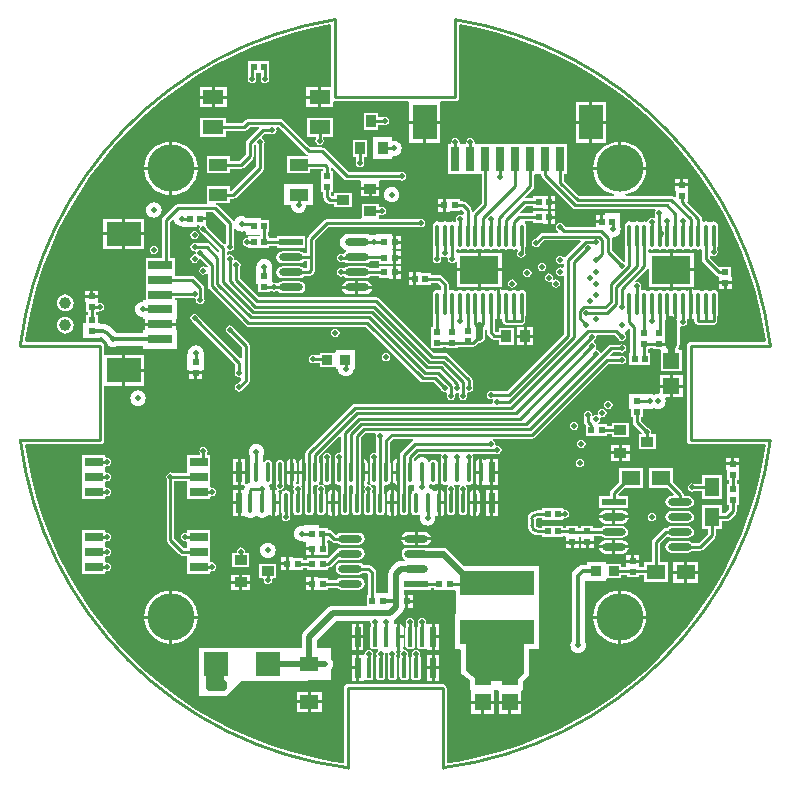
<source format=gtl>
G04*
G04 #@! TF.GenerationSoftware,Altium Limited,Altium Designer,20.0.2 (26)*
G04*
G04 Layer_Physical_Order=1*
G04 Layer_Color=255*
%FSLAX44Y44*%
%MOMM*%
G71*
G01*
G75*
%ADD18R,0.8890X1.0160*%
%ADD19R,0.6000X0.5000*%
%ADD20R,0.8128X0.8128*%
%ADD21R,1.6002X1.2954*%
%ADD22R,0.5000X0.6000*%
%ADD23R,1.2954X1.6002*%
%ADD24R,1.3970X1.3970*%
%ADD25R,1.6000X1.2000*%
%ADD26R,2.0320X0.6096*%
%ADD27O,2.0320X0.6096*%
%ADD28R,3.2800X2.4000*%
%ADD29O,0.3500X2.0000*%
%ADD30R,1.0668X0.8128*%
%ADD31R,0.8128X1.0668*%
%ADD32R,0.5000X1.7000*%
G04:AMPARAMS|DCode=33|XSize=0.4mm|YSize=1.7mm|CornerRadius=0.1mm|HoleSize=0mm|Usage=FLASHONLY|Rotation=0.000|XOffset=0mm|YOffset=0mm|HoleType=Round|Shape=RoundedRectangle|*
%AMROUNDEDRECTD33*
21,1,0.4000,1.5000,0,0,0.0*
21,1,0.2000,1.7000,0,0,0.0*
1,1,0.2000,0.1000,-0.7500*
1,1,0.2000,-0.1000,-0.7500*
1,1,0.2000,-0.1000,0.7500*
1,1,0.2000,0.1000,0.7500*
%
%ADD33ROUNDEDRECTD33*%
%ADD34R,0.4000X1.7000*%
%ADD35R,1.8000X1.2000*%
%ADD36R,6.3000X2.1500*%
G04:AMPARAMS|DCode=37|XSize=2mm|YSize=2mm|CornerRadius=0mm|HoleSize=0mm|Usage=FLASHONLY|Rotation=0.000|XOffset=0mm|YOffset=0mm|HoleType=Round|Shape=RoundedRectangle|*
%AMROUNDEDRECTD37*
21,1,2.0000,2.0000,0,0,0.0*
21,1,2.0000,2.0000,0,0,0.0*
1,1,0.0000,1.0000,-1.0000*
1,1,0.0000,-1.0000,-1.0000*
1,1,0.0000,-1.0000,1.0000*
1,1,0.0000,1.0000,1.0000*
%
%ADD37ROUNDEDRECTD37*%
%ADD38R,0.8000X2.1000*%
%ADD39R,2.1000X3.0000*%
%ADD40R,1.5200X0.7600*%
%ADD41R,1.6000X1.0000*%
%ADD42R,3.0000X2.1000*%
%ADD43R,2.1000X0.8000*%
G04:AMPARAMS|DCode=44|XSize=0.32mm|YSize=1.7mm|CornerRadius=0.08mm|HoleSize=0mm|Usage=FLASHONLY|Rotation=0.000|XOffset=0mm|YOffset=0mm|HoleType=Round|Shape=RoundedRectangle|*
%AMROUNDEDRECTD44*
21,1,0.3200,1.5400,0,0,0.0*
21,1,0.1600,1.7000,0,0,0.0*
1,1,0.1600,0.0800,-0.7700*
1,1,0.1600,-0.0800,-0.7700*
1,1,0.1600,-0.0800,0.7700*
1,1,0.1600,0.0800,0.7700*
%
%ADD44ROUNDEDRECTD44*%
%ADD45C,1.0000*%
%ADD75C,0.3000*%
%ADD76C,0.2540*%
%ADD77C,0.6000*%
%ADD78C,0.5000*%
%ADD79C,1.0000*%
G04:AMPARAMS|DCode=80|XSize=4mm|YSize=4mm|CornerRadius=2mm|HoleSize=0mm|Usage=FLASHONLY|Rotation=0.000|XOffset=0mm|YOffset=0mm|HoleType=Round|Shape=RoundedRectangle|*
%AMROUNDEDRECTD80*
21,1,4.0000,0.0000,0,0,0.0*
21,1,0.0000,4.0000,0,0,0.0*
1,1,4.0000,0.0000,0.0000*
1,1,4.0000,0.0000,0.0000*
1,1,4.0000,0.0000,0.0000*
1,1,4.0000,0.0000,0.0000*
%
%ADD80ROUNDEDRECTD80*%
%ADD81C,0.5000*%
G36*
X70479Y308787D02*
X87681Y304349D01*
X104608Y298954D01*
X121206Y292618D01*
X137423Y285362D01*
X153207Y277207D01*
X168509Y268181D01*
X183281Y258311D01*
X197476Y247628D01*
X211050Y236165D01*
X223960Y223960D01*
X236165Y211050D01*
X247628Y197476D01*
X258311Y183281D01*
X268181Y168509D01*
X277207Y153207D01*
X285362Y137423D01*
X292618Y121206D01*
X298954Y104608D01*
X304349Y87681D01*
X308787Y70479D01*
X312253Y53054D01*
X313489Y44293D01*
X312656Y43334D01*
X250000D01*
X248724Y43080D01*
X247642Y42358D01*
X246920Y41276D01*
X246666Y40000D01*
Y-40000D01*
X246920Y-41276D01*
X247642Y-42358D01*
X248724Y-43080D01*
X250000Y-43334D01*
X312656D01*
X313489Y-44293D01*
X312253Y-53054D01*
X308787Y-70479D01*
X304349Y-87681D01*
X298954Y-104608D01*
X292618Y-121206D01*
X285362Y-137423D01*
X277207Y-153207D01*
X268181Y-168509D01*
X258311Y-183281D01*
X247628Y-197476D01*
X236165Y-211050D01*
X223960Y-223960D01*
X211050Y-236165D01*
X197476Y-247628D01*
X183281Y-258311D01*
X168509Y-268181D01*
X153207Y-277207D01*
X137423Y-285362D01*
X121206Y-292618D01*
X104608Y-298954D01*
X87681Y-304349D01*
X70479Y-308787D01*
X53054Y-312253D01*
X44293Y-313489D01*
X43334Y-312656D01*
Y-250000D01*
X43080Y-248724D01*
X42358Y-247642D01*
X41276Y-246920D01*
X40000Y-246666D01*
X-40000D01*
X-41276Y-246920D01*
X-42358Y-247642D01*
X-43080Y-248724D01*
X-43334Y-250000D01*
Y-312656D01*
X-44293Y-313489D01*
X-53054Y-312253D01*
X-70479Y-308787D01*
X-87681Y-304349D01*
X-104608Y-298954D01*
X-121206Y-292618D01*
X-137423Y-285362D01*
X-153207Y-277207D01*
X-168509Y-268181D01*
X-183281Y-258311D01*
X-197476Y-247628D01*
X-211050Y-236165D01*
X-223960Y-223960D01*
X-236165Y-211050D01*
X-247628Y-197476D01*
X-258311Y-183281D01*
X-268181Y-168509D01*
X-277207Y-153207D01*
X-285362Y-137423D01*
X-292618Y-121206D01*
X-298954Y-104608D01*
X-304349Y-87681D01*
X-308787Y-70479D01*
X-312253Y-53054D01*
X-313489Y-44293D01*
X-312656Y-43334D01*
X-250000D01*
X-248724Y-43080D01*
X-247642Y-42358D01*
X-246920Y-41276D01*
X-246666Y-40000D01*
Y6010D01*
X-231240D01*
Y19050D01*
Y32090D01*
X-246666D01*
Y40000D01*
X-246920Y41276D01*
X-247642Y42358D01*
X-248724Y43080D01*
X-250000Y43334D01*
X-312656D01*
X-313489Y44293D01*
X-312253Y53054D01*
X-308787Y70479D01*
X-304349Y87681D01*
X-298954Y104608D01*
X-292618Y121206D01*
X-285362Y137423D01*
X-277207Y153207D01*
X-268181Y168509D01*
X-258311Y183281D01*
X-247628Y197476D01*
X-236165Y211050D01*
X-223960Y223960D01*
X-211050Y236165D01*
X-197476Y247628D01*
X-183281Y258311D01*
X-168509Y268181D01*
X-153207Y277207D01*
X-137423Y285362D01*
X-121206Y292618D01*
X-104608Y298954D01*
X-87681Y304349D01*
X-70479Y308787D01*
X-55116Y311842D01*
X-54134Y311037D01*
Y258773D01*
X-62889D01*
Y250233D01*
Y241693D01*
X-52620D01*
Y245872D01*
X-51350Y246775D01*
X-50800Y246666D01*
X10650D01*
X11810Y246400D01*
X11810Y245396D01*
Y230130D01*
X24850D01*
X37890D01*
Y245396D01*
X37890Y246400D01*
X39050Y246666D01*
X50800D01*
X52076Y246920D01*
X53158Y247642D01*
X53880Y248724D01*
X54134Y250000D01*
Y311037D01*
X55116Y311842D01*
X70479Y308787D01*
D02*
G37*
%LPC*%
G36*
X-106570Y280590D02*
X-124570D01*
Y270590D01*
X-124564D01*
Y266609D01*
X-124799Y265430D01*
X-124527Y264064D01*
X-123753Y262907D01*
X-122596Y262133D01*
X-121230Y261861D01*
X-119864Y262133D01*
X-118707Y262907D01*
X-117933Y264064D01*
X-117661Y265430D01*
X-117896Y266609D01*
Y270590D01*
X-113824D01*
Y266609D01*
X-114059Y265430D01*
X-113787Y264064D01*
X-113013Y262907D01*
X-111856Y262133D01*
X-110490Y261861D01*
X-109124Y262133D01*
X-107967Y262907D01*
X-107193Y264064D01*
X-106921Y265430D01*
X-107156Y266609D01*
Y270590D01*
X-106570D01*
Y280590D01*
D02*
G37*
G36*
X-65429Y258773D02*
X-75700D01*
Y251503D01*
X-65429D01*
Y258773D01*
D02*
G37*
G36*
X-142620Y258773D02*
X-152890D01*
Y251503D01*
X-142620D01*
Y258773D01*
D02*
G37*
G36*
X-155430D02*
X-165700D01*
Y251503D01*
X-155430D01*
Y258773D01*
D02*
G37*
G36*
X-142620Y248963D02*
X-152890D01*
Y241693D01*
X-142620D01*
Y248963D01*
D02*
G37*
G36*
X-155430D02*
X-165700D01*
Y241693D01*
X-155430D01*
Y248963D01*
D02*
G37*
G36*
X-65429Y248963D02*
X-75700D01*
Y241693D01*
X-65429D01*
Y248963D01*
D02*
G37*
G36*
X178690Y246400D02*
X166920D01*
Y230130D01*
X178690D01*
Y246400D01*
D02*
G37*
G36*
X164380D02*
X152610D01*
Y230130D01*
X164380D01*
Y246400D01*
D02*
G37*
G36*
X-14307Y237166D02*
X-26435D01*
Y222498D01*
X-14307D01*
Y226536D01*
X-10069D01*
X-8890Y226301D01*
X-7524Y226573D01*
X-6367Y227347D01*
X-5593Y228504D01*
X-5321Y229870D01*
X-5593Y231236D01*
X-6367Y232393D01*
X-7524Y233167D01*
X-8890Y233439D01*
X-10069Y233204D01*
X-14307D01*
Y237166D01*
D02*
G37*
G36*
X178690Y227590D02*
X166920D01*
Y211320D01*
X178690D01*
Y227590D01*
D02*
G37*
G36*
X164380D02*
X152610D01*
Y211320D01*
X164380D01*
Y227590D01*
D02*
G37*
G36*
X37890Y227590D02*
X26120D01*
Y211320D01*
X37890D01*
Y227590D01*
D02*
G37*
G36*
X23580D02*
X11810D01*
Y211320D01*
X23580D01*
Y227590D01*
D02*
G37*
G36*
X63600Y215759D02*
X62234Y215487D01*
X61077Y214713D01*
X60303Y213556D01*
X60031Y212190D01*
X60143Y211630D01*
X59290Y210360D01*
X57250Y210360D01*
X55210Y210360D01*
X54357Y211630D01*
X54469Y212190D01*
X54197Y213556D01*
X53423Y214713D01*
X52266Y215487D01*
X50900Y215759D01*
X49534Y215487D01*
X48377Y214713D01*
X47603Y213556D01*
X47331Y212190D01*
X47443Y211630D01*
X46590Y210360D01*
X44900D01*
Y185360D01*
X56330D01*
X57250Y185360D01*
X58170Y185360D01*
X69030D01*
X69950Y185360D01*
X70870Y185360D01*
X72966D01*
Y160231D01*
X65974Y153239D01*
X64704Y153765D01*
Y154530D01*
X64450Y155806D01*
X63727Y156888D01*
X59507Y161108D01*
X58426Y161830D01*
X57150Y162084D01*
X54720D01*
Y163750D01*
X46260D01*
Y164290D01*
X42490D01*
Y158750D01*
Y153210D01*
X46260D01*
Y153750D01*
X54720D01*
Y154882D01*
X55990Y155195D01*
X58036Y153149D01*
Y150941D01*
X56766Y150263D01*
X56236Y150617D01*
X54870Y150889D01*
X53504Y150617D01*
X52347Y149843D01*
X51573Y148686D01*
X51301Y147320D01*
X51536Y146141D01*
Y145312D01*
X50266Y144633D01*
X49833Y144922D01*
X48370Y145213D01*
X46907Y144922D01*
X45967Y144294D01*
X45120Y144172D01*
X44273Y144294D01*
X43333Y144922D01*
X41870Y145213D01*
X40407Y144922D01*
X39467Y144294D01*
X38620Y144172D01*
X37773Y144294D01*
X36833Y144922D01*
X35370Y145213D01*
X33907Y144922D01*
X32666Y144094D01*
X31838Y142853D01*
X31547Y141390D01*
Y124890D01*
X31838Y123427D01*
X32036Y123130D01*
Y114399D01*
X31801Y113220D01*
X32073Y111854D01*
X32847Y110697D01*
X34004Y109923D01*
X35370Y109651D01*
X36736Y109923D01*
X37893Y110697D01*
X38667Y111854D01*
X38939Y113220D01*
X38704Y114399D01*
Y114856D01*
X39974Y115535D01*
X40544Y115154D01*
X41910Y114882D01*
X43276Y115154D01*
X43766Y115481D01*
X44110Y115297D01*
X44963Y114396D01*
X44691Y113030D01*
X44963Y111664D01*
X45737Y110507D01*
X46894Y109733D01*
X48260Y109461D01*
X49626Y109733D01*
X50783Y110507D01*
X50910Y110696D01*
X52180Y110311D01*
Y105410D01*
X69850D01*
Y118680D01*
X52974D01*
X52180Y118680D01*
X51704Y119753D01*
Y120968D01*
X52974Y121647D01*
X53407Y121358D01*
X54870Y121067D01*
X56333Y121358D01*
X57273Y121986D01*
X58120Y122108D01*
X58967Y121986D01*
X59907Y121358D01*
X61370Y121067D01*
X62833Y121358D01*
X63773Y121986D01*
X64620Y122108D01*
X65467Y121986D01*
X66407Y121358D01*
X67870Y121067D01*
X69333Y121358D01*
X70273Y121986D01*
X71120Y122108D01*
X71967Y121986D01*
X72907Y121358D01*
X74370Y121067D01*
X75833Y121358D01*
X76773Y121986D01*
X77620Y122108D01*
X78467Y121986D01*
X79407Y121358D01*
X80870Y121067D01*
X82333Y121358D01*
X83273Y121986D01*
X84120Y122108D01*
X84967Y121986D01*
X85907Y121358D01*
X87370Y121067D01*
X88833Y121358D01*
X89773Y121986D01*
X90620Y122108D01*
X91467Y121986D01*
X92407Y121358D01*
X93870Y121067D01*
X95333Y121358D01*
X96273Y121986D01*
X97120Y122108D01*
X97967Y121986D01*
X98907Y121358D01*
X100370Y121067D01*
X101833Y121358D01*
X102266Y121647D01*
X103536Y120968D01*
Y119463D01*
X103383Y119234D01*
X103111Y117869D01*
X103383Y116503D01*
X104157Y115345D01*
X105314Y114572D01*
X106680Y114300D01*
X108046Y114572D01*
X109203Y115345D01*
X109977Y116503D01*
X110249Y117869D01*
X110204Y118092D01*
Y123130D01*
X110402Y123427D01*
X110693Y124890D01*
Y141390D01*
X110402Y142853D01*
X109646Y143986D01*
X109770Y144511D01*
X110120Y145256D01*
X116730D01*
Y143590D01*
X125190D01*
Y143050D01*
X128961D01*
Y148590D01*
Y154130D01*
X125190D01*
Y153590D01*
X116730D01*
Y151924D01*
X106229D01*
X105742Y153097D01*
X110601Y157956D01*
X116730D01*
Y156290D01*
X125190D01*
Y155750D01*
X128961D01*
Y161290D01*
Y166830D01*
X125190D01*
Y166290D01*
X116730D01*
Y164624D01*
X110175D01*
X109649Y165894D01*
X116397Y172642D01*
X117120Y173724D01*
X117374Y175000D01*
Y184462D01*
X118272Y185360D01*
X120550Y185360D01*
X121470Y185360D01*
X123566D01*
Y184250D01*
X123820Y182974D01*
X124543Y181893D01*
X150042Y156392D01*
X151124Y155670D01*
X152400Y155416D01*
X219798D01*
X220477Y154146D01*
X220223Y153766D01*
X219951Y152400D01*
X220186Y151221D01*
Y148502D01*
X218916Y147823D01*
X218536Y148077D01*
X217170Y148349D01*
X215804Y148077D01*
X214647Y147303D01*
X213873Y146146D01*
X213753Y145541D01*
X212393Y144922D01*
X210930Y145213D01*
X209467Y144922D01*
X208527Y144294D01*
X207680Y144172D01*
X206833Y144294D01*
X205893Y144922D01*
X204430Y145213D01*
X202967Y144922D01*
X202027Y144294D01*
X201180Y144172D01*
X200333Y144294D01*
X199393Y144922D01*
X197930Y145213D01*
X196467Y144922D01*
X195226Y144094D01*
X194398Y142853D01*
X194107Y141390D01*
Y124890D01*
X194398Y123427D01*
X194596Y123130D01*
Y111275D01*
X193944Y110790D01*
X193326Y110659D01*
X183674Y120311D01*
Y130656D01*
X183818Y131023D01*
X184755Y131954D01*
X185847Y132097D01*
X187428Y132752D01*
X188786Y133794D01*
X189828Y135152D01*
X190483Y136733D01*
X190706Y138430D01*
X190483Y140127D01*
X190260Y140664D01*
Y151780D01*
X177260D01*
Y150320D01*
X176030D01*
Y144780D01*
X174760D01*
Y143510D01*
X169720D01*
Y140144D01*
X144161D01*
X142577Y141728D01*
X141910Y142727D01*
X140752Y143501D01*
X139386Y143772D01*
X138021Y143501D01*
X136863Y142727D01*
X136089Y141569D01*
X135818Y140204D01*
X136089Y138838D01*
X136863Y137680D01*
X137862Y137013D01*
X138098Y136777D01*
X137612Y135604D01*
X124840D01*
X123564Y135350D01*
X122483Y134628D01*
X117856Y130001D01*
X116857Y129333D01*
X116083Y128176D01*
X115811Y126810D01*
X116083Y125444D01*
X116857Y124287D01*
X118014Y123513D01*
X119380Y123241D01*
X120746Y123513D01*
X121903Y124287D01*
X122571Y125286D01*
X126221Y128936D01*
X156486D01*
X156972Y127763D01*
X143944Y114734D01*
X142933Y114664D01*
X142375Y114797D01*
X142223Y115023D01*
X141066Y115797D01*
X139700Y116069D01*
X138334Y115797D01*
X137177Y115023D01*
X136403Y113866D01*
X136131Y112500D01*
X136403Y111134D01*
X137177Y109977D01*
X138334Y109203D01*
X139700Y108931D01*
X141066Y109203D01*
X141446Y109457D01*
X142716Y108778D01*
Y106222D01*
X141446Y105543D01*
X141066Y105797D01*
X139700Y106069D01*
X138334Y105797D01*
X137177Y105023D01*
X136403Y103866D01*
X136131Y102500D01*
X136403Y101134D01*
X137177Y99977D01*
X138334Y99203D01*
X139700Y98931D01*
X141066Y99203D01*
X141446Y99457D01*
X142716Y98778D01*
Y49636D01*
X94604Y1524D01*
X82049D01*
X80870Y1759D01*
X79504Y1487D01*
X78347Y713D01*
X77573Y-444D01*
X77301Y-1810D01*
X77573Y-3176D01*
X78347Y-4333D01*
X79504Y-5107D01*
X80870Y-5379D01*
X82049Y-5144D01*
X82470D01*
X82863Y-5879D01*
X83031Y-6414D01*
X82791Y-7620D01*
X82904Y-8186D01*
X81966Y-9456D01*
X-34451D01*
X-35726Y-9710D01*
X-36808Y-10432D01*
X-75087Y-48712D01*
X-75810Y-49794D01*
X-76064Y-51069D01*
Y-55494D01*
X-76460Y-55819D01*
Y-67310D01*
Y-78801D01*
X-76064Y-79126D01*
Y-84363D01*
X-76167Y-84517D01*
X-76385Y-85610D01*
Y-101010D01*
X-76167Y-102102D01*
X-75549Y-103029D01*
X-74623Y-103647D01*
X-73530Y-103865D01*
X-71930D01*
X-70837Y-103647D01*
X-69911Y-103029D01*
X-69292Y-102102D01*
X-69075Y-101010D01*
Y-85610D01*
X-69292Y-84517D01*
X-69396Y-84363D01*
Y-78576D01*
X-68530Y-77865D01*
X-66930D01*
X-65961Y-77672D01*
X-65837Y-77648D01*
X-65192Y-78715D01*
X-65253Y-78757D01*
X-66027Y-79914D01*
X-66298Y-81280D01*
X-66064Y-82459D01*
Y-84363D01*
X-66167Y-84517D01*
X-66385Y-85610D01*
Y-101010D01*
X-66167Y-102102D01*
X-65549Y-103029D01*
X-64623Y-103647D01*
X-63530Y-103865D01*
X-61930D01*
X-60837Y-103647D01*
X-59911Y-103029D01*
X-59292Y-102102D01*
X-59075Y-101010D01*
Y-85610D01*
X-59292Y-84517D01*
X-59396Y-84363D01*
Y-82459D01*
X-59161Y-81280D01*
X-59433Y-79914D01*
X-60207Y-78757D01*
X-60268Y-78715D01*
X-59623Y-77648D01*
X-59499Y-77672D01*
X-58530Y-77865D01*
X-56930D01*
X-55837Y-77648D01*
X-54911Y-77029D01*
X-54292Y-76102D01*
X-54075Y-75010D01*
Y-59610D01*
X-54292Y-58517D01*
X-54396Y-58363D01*
Y-55899D01*
X-54161Y-54720D01*
X-54433Y-53354D01*
X-55207Y-52197D01*
X-56364Y-51423D01*
X-57730Y-51151D01*
X-59096Y-51423D01*
X-60253Y-52197D01*
X-61027Y-53354D01*
X-61299Y-54720D01*
X-61064Y-55899D01*
Y-58363D01*
X-61167Y-58517D01*
X-61385Y-59610D01*
Y-75010D01*
X-61167Y-76102D01*
X-60619Y-76924D01*
X-60549Y-77029D01*
X-61288Y-78034D01*
X-61364Y-77983D01*
X-62730Y-77711D01*
X-64096Y-77983D01*
X-64172Y-78034D01*
X-64911Y-77029D01*
X-64841Y-76924D01*
X-64292Y-76102D01*
X-64075Y-75010D01*
Y-59610D01*
X-64292Y-58517D01*
X-64396Y-58363D01*
Y-53871D01*
X-47237Y-36712D01*
X-46064Y-37199D01*
Y-50212D01*
X-47334Y-51230D01*
X-47730Y-51151D01*
X-49096Y-51423D01*
X-50253Y-52197D01*
X-51027Y-53354D01*
X-51299Y-54720D01*
X-51064Y-55899D01*
Y-58363D01*
X-51167Y-58517D01*
X-51385Y-59610D01*
Y-75010D01*
X-51167Y-76102D01*
X-50549Y-77029D01*
X-49623Y-77648D01*
X-48530Y-77865D01*
X-46930D01*
X-46064Y-78576D01*
Y-84363D01*
X-46167Y-84517D01*
X-46385Y-85610D01*
Y-101010D01*
X-46167Y-102102D01*
X-45549Y-103029D01*
X-44623Y-103647D01*
X-43530Y-103865D01*
X-41930D01*
X-40837Y-103647D01*
X-39911Y-103029D01*
X-39293Y-102102D01*
X-39075Y-101010D01*
Y-85610D01*
X-39293Y-84517D01*
X-39396Y-84363D01*
Y-78576D01*
X-38530Y-77865D01*
X-36930D01*
X-36064Y-78576D01*
Y-84363D01*
X-36168Y-84517D01*
X-36385Y-85610D01*
Y-101010D01*
X-36168Y-102102D01*
X-35549Y-103029D01*
X-34622Y-103647D01*
X-33530Y-103865D01*
X-31930D01*
X-30838Y-103647D01*
X-29911Y-103029D01*
X-29292Y-102102D01*
X-29075Y-101010D01*
Y-85610D01*
X-29292Y-84517D01*
X-29396Y-84363D01*
Y-79126D01*
X-29000Y-78801D01*
Y-67310D01*
Y-55819D01*
X-29396Y-55494D01*
Y-38133D01*
X-25547Y-34284D01*
X-16874D01*
X-16091Y-35554D01*
X-16269Y-36449D01*
X-16064Y-37477D01*
Y-50212D01*
X-17334Y-51230D01*
X-17730Y-51151D01*
X-19096Y-51423D01*
X-20253Y-52197D01*
X-21027Y-53354D01*
X-21299Y-54720D01*
X-21064Y-55899D01*
Y-58363D01*
X-21168Y-58517D01*
X-21385Y-59610D01*
Y-75010D01*
X-21168Y-76102D01*
X-20619Y-76924D01*
X-20549Y-77029D01*
X-21286Y-78031D01*
X-21326Y-78009D01*
X-21364Y-77983D01*
X-22730Y-77711D01*
X-23261Y-77817D01*
X-24025Y-76674D01*
X-23784Y-76313D01*
X-23525Y-75010D01*
Y-68580D01*
X-26460D01*
Y-78381D01*
X-25731Y-79472D01*
X-26027Y-79914D01*
X-26299Y-81280D01*
X-26064Y-82459D01*
Y-84363D01*
X-26168Y-84517D01*
X-26385Y-85610D01*
Y-101010D01*
X-26168Y-102102D01*
X-25549Y-103029D01*
X-24622Y-103647D01*
X-23530Y-103865D01*
X-21930D01*
X-20838Y-103647D01*
X-19911Y-103029D01*
X-19293Y-102102D01*
X-19075Y-101010D01*
Y-85610D01*
X-19293Y-84517D01*
X-19396Y-84363D01*
Y-82459D01*
X-19161Y-81280D01*
X-19433Y-79914D01*
X-20207Y-78757D01*
X-20231Y-78740D01*
X-20266Y-78712D01*
X-19622Y-77648D01*
X-19499Y-77672D01*
X-18530Y-77865D01*
X-16930D01*
X-16064Y-78576D01*
Y-84363D01*
X-16168Y-84517D01*
X-16385Y-85610D01*
Y-101010D01*
X-16168Y-102102D01*
X-15549Y-103029D01*
X-14622Y-103647D01*
X-13530Y-103865D01*
X-11930D01*
X-10838Y-103647D01*
X-9911Y-103029D01*
X-9293Y-102102D01*
X-9075Y-101010D01*
Y-85610D01*
X-9293Y-84517D01*
X-9396Y-84363D01*
Y-78576D01*
X-8530Y-77865D01*
X-6930D01*
X-5838Y-77648D01*
X-4911Y-77029D01*
X-4292Y-76102D01*
X-4075Y-75010D01*
Y-59610D01*
X-4292Y-58517D01*
X-4396Y-58363D01*
Y-41751D01*
X-1469Y-38824D01*
X15337D01*
X15462Y-40094D01*
X15433Y-40100D01*
X14351Y-40823D01*
X4913Y-50261D01*
X4190Y-51343D01*
X3936Y-52619D01*
Y-55494D01*
X3540Y-55819D01*
Y-67310D01*
Y-78801D01*
X3936Y-79126D01*
Y-84363D01*
X3832Y-84517D01*
X3615Y-85610D01*
Y-101010D01*
X3832Y-102102D01*
X4451Y-103029D01*
X5378Y-103647D01*
X6470Y-103865D01*
X8070D01*
X9162Y-103647D01*
X10089Y-103029D01*
X10707Y-102102D01*
X10925Y-101010D01*
Y-85610D01*
X10707Y-84517D01*
X10604Y-84363D01*
Y-78576D01*
X11470Y-77865D01*
X13070D01*
X14162Y-77648D01*
X14965Y-77111D01*
X15050Y-77140D01*
X15937Y-78083D01*
X15714Y-79780D01*
X15937Y-81477D01*
X16084Y-81831D01*
X15485Y-82951D01*
X15378Y-82972D01*
X14451Y-83591D01*
X13832Y-84517D01*
X13615Y-85610D01*
Y-101010D01*
X13832Y-102102D01*
X14451Y-103029D01*
X15378Y-103647D01*
X16470Y-103865D01*
X18070D01*
X19162Y-103647D01*
X20089Y-103029D01*
X20105Y-103005D01*
X21230Y-103606D01*
X20937Y-104313D01*
X20714Y-106010D01*
X20937Y-107707D01*
X21592Y-109288D01*
X22634Y-110646D01*
X23992Y-111688D01*
X25573Y-112343D01*
X27270Y-112566D01*
X28967Y-112343D01*
X30548Y-111688D01*
X31906Y-110646D01*
X32948Y-109288D01*
X33603Y-107707D01*
X33826Y-106010D01*
X33650Y-104670D01*
X34461Y-104007D01*
X34776Y-103895D01*
X35167Y-104156D01*
X36000Y-104322D01*
Y-93310D01*
Y-82298D01*
X35167Y-82464D01*
X34062Y-83202D01*
X33845Y-83527D01*
X33455Y-83593D01*
X32384Y-83427D01*
X31531Y-82149D01*
X29943Y-81088D01*
X28687Y-80839D01*
X28826Y-79780D01*
X28603Y-78083D01*
X29490Y-77140D01*
X29575Y-77111D01*
X30378Y-77648D01*
X31470Y-77865D01*
X33070D01*
X34162Y-77648D01*
X35089Y-77029D01*
X35707Y-76102D01*
X35925Y-75010D01*
Y-59610D01*
X35707Y-58517D01*
X35089Y-57591D01*
X34162Y-56972D01*
X33070Y-56755D01*
X31470D01*
X30378Y-56972D01*
X29451Y-57591D01*
X28994Y-58276D01*
X28000Y-58248D01*
X27672Y-58142D01*
X27592Y-57737D01*
X26531Y-56149D01*
X24943Y-55089D01*
X23070Y-54716D01*
X21470D01*
X19597Y-55089D01*
X18009Y-56149D01*
X16948Y-57737D01*
X16874Y-58112D01*
X15604Y-57986D01*
Y-55420D01*
X19431Y-51594D01*
X38622D01*
X39301Y-52864D01*
X38973Y-53354D01*
X38701Y-54720D01*
X38936Y-55899D01*
Y-58363D01*
X38832Y-58517D01*
X38615Y-59610D01*
Y-75010D01*
X38832Y-76102D01*
X39451Y-77029D01*
X40377Y-77648D01*
X41470Y-77865D01*
X43070D01*
X44039Y-77672D01*
X44163Y-77648D01*
X44806Y-78712D01*
X44771Y-78740D01*
X44747Y-78757D01*
X43973Y-79914D01*
X43701Y-81280D01*
X43936Y-82459D01*
Y-84363D01*
X43832Y-84517D01*
X43615Y-85610D01*
Y-101010D01*
X43832Y-102102D01*
X44451Y-103029D01*
X45377Y-103647D01*
X46470Y-103865D01*
X48070D01*
X49163Y-103647D01*
X50089Y-103029D01*
X50708Y-102102D01*
X50925Y-101010D01*
Y-85610D01*
X50708Y-84517D01*
X50604Y-84363D01*
Y-82459D01*
X50839Y-81280D01*
X50567Y-79914D01*
X49793Y-78757D01*
X49769Y-78740D01*
X49734Y-78712D01*
X50377Y-77648D01*
X50501Y-77672D01*
X51470Y-77865D01*
X53070D01*
X54039Y-77672D01*
X54163Y-77648D01*
X54806Y-78712D01*
X54771Y-78740D01*
X54747Y-78757D01*
X53973Y-79914D01*
X53701Y-81280D01*
X53936Y-82459D01*
Y-84363D01*
X53833Y-84517D01*
X53615Y-85610D01*
Y-101010D01*
X53833Y-102102D01*
X54451Y-103029D01*
X55377Y-103647D01*
X56470Y-103865D01*
X58070D01*
X59163Y-103647D01*
X60089Y-103029D01*
X60708Y-102102D01*
X60925Y-101010D01*
Y-85610D01*
X60708Y-84517D01*
X60604Y-84363D01*
Y-82459D01*
X60839Y-81280D01*
X60567Y-79914D01*
X59793Y-78757D01*
X59769Y-78740D01*
X59734Y-78712D01*
X60377Y-77648D01*
X60501Y-77672D01*
X61470Y-77865D01*
X63070D01*
X64163Y-77648D01*
X65089Y-77029D01*
X65708Y-76102D01*
X65925Y-75010D01*
Y-59610D01*
X65708Y-58517D01*
X65604Y-58363D01*
Y-55899D01*
X65839Y-54720D01*
X65567Y-53354D01*
X65239Y-52864D01*
X65918Y-51594D01*
X85181D01*
X86360Y-51829D01*
X87726Y-51557D01*
X88883Y-50783D01*
X89657Y-49626D01*
X89929Y-48260D01*
X89657Y-46894D01*
X88883Y-45737D01*
X87726Y-44963D01*
X86360Y-44691D01*
X85346Y-44893D01*
X85005Y-44659D01*
X84344Y-43656D01*
X84439Y-43180D01*
X84167Y-41814D01*
X83393Y-40657D01*
X82551Y-40094D01*
X82926Y-38824D01*
X115976D01*
X117252Y-38570D01*
X118334Y-37847D01*
X180347Y24166D01*
X190591D01*
X191770Y23931D01*
X193136Y24203D01*
X194293Y24977D01*
X195067Y26134D01*
X195339Y27500D01*
X195067Y28866D01*
X194293Y30023D01*
X193136Y30797D01*
X191770Y31069D01*
X190591Y30834D01*
X182254D01*
X181768Y32007D01*
X183927Y34166D01*
X190591D01*
X191770Y33931D01*
X193136Y34203D01*
X194293Y34977D01*
X195067Y36134D01*
X195339Y37500D01*
X195067Y38866D01*
X194293Y40023D01*
X193136Y40797D01*
X191770Y41069D01*
X190591Y40834D01*
X182546D01*
X181270Y40580D01*
X180189Y39857D01*
X174345Y34014D01*
X172867Y34332D01*
X172405Y35023D01*
X171247Y35797D01*
X170144Y36016D01*
X169692Y36846D01*
X169580Y37304D01*
X170049Y38004D01*
X170320Y39370D01*
X170049Y40736D01*
X169275Y41893D01*
X168305Y42542D01*
X167878Y43911D01*
X168276Y44309D01*
X169275Y44977D01*
X170049Y46134D01*
X170320Y47500D01*
X170287Y47666D01*
X171330Y48936D01*
X185619D01*
X188579Y45976D01*
X189247Y44977D01*
X190404Y44203D01*
X191770Y43931D01*
X193136Y44203D01*
X194293Y44977D01*
X195067Y46134D01*
X195339Y47500D01*
X195067Y48866D01*
X194293Y50023D01*
X194167Y50108D01*
X194308Y51541D01*
X195048Y51847D01*
X196406Y52889D01*
X197276Y54023D01*
X197436Y54081D01*
X197894Y54048D01*
X198596Y53736D01*
Y33866D01*
X198010D01*
Y23866D01*
X216010D01*
Y33866D01*
X214264D01*
Y36720D01*
X215930D01*
Y37886D01*
X218520D01*
Y36720D01*
X223733D01*
X224825Y36290D01*
Y18320D01*
X242795D01*
Y36290D01*
X240321D01*
X239695Y37560D01*
X239795Y37690D01*
X240500Y39393D01*
X240740Y41220D01*
Y55750D01*
X242010Y56429D01*
X242064Y56393D01*
X243430Y56121D01*
X244796Y56393D01*
X245953Y57167D01*
X246727Y58324D01*
X246999Y59690D01*
X246764Y60869D01*
Y62318D01*
X248034Y62997D01*
X248256Y62849D01*
X248660Y62769D01*
Y75140D01*
Y87511D01*
X248256Y87431D01*
X246837Y86483D01*
X245384Y86594D01*
X244893Y86922D01*
X243430Y87213D01*
X241967Y86922D01*
X241027Y86294D01*
X240180Y86172D01*
X239333Y86294D01*
X238393Y86922D01*
X236930Y87213D01*
X235467Y86922D01*
X234527Y86294D01*
X233680Y86172D01*
X232833Y86294D01*
X231893Y86922D01*
X230430Y87213D01*
X228967Y86922D01*
X228027Y86294D01*
X227180Y86172D01*
X226333Y86294D01*
X225393Y86922D01*
X223930Y87213D01*
X222467Y86922D01*
X221527Y86294D01*
X220680Y86172D01*
X219833Y86294D01*
X218893Y86922D01*
X217430Y87213D01*
X215967Y86922D01*
X215027Y86294D01*
X214180Y86172D01*
X213333Y86294D01*
X212393Y86922D01*
X210930Y87213D01*
X209467Y86922D01*
X209034Y86633D01*
X207764Y87312D01*
Y88800D01*
X207767Y88804D01*
X208039Y90170D01*
X207767Y91536D01*
X206993Y92693D01*
X205836Y93467D01*
X204470Y93739D01*
X203879Y93621D01*
X203253Y94791D01*
X213178Y104716D01*
X213470Y105153D01*
X214740Y104768D01*
Y89600D01*
X232410D01*
Y104140D01*
X233680D01*
D01*
X232410D01*
Y118680D01*
X215424D01*
X214740Y118680D01*
X214154Y119707D01*
Y121041D01*
X215424Y121720D01*
X215967Y121358D01*
X217430Y121067D01*
X218893Y121358D01*
X219833Y121986D01*
X220680Y122108D01*
X221527Y121986D01*
X222467Y121358D01*
X223930Y121067D01*
X225393Y121358D01*
X226333Y121986D01*
X227180Y122108D01*
X228027Y121986D01*
X228967Y121358D01*
X230430Y121067D01*
X231893Y121358D01*
X232833Y121986D01*
X233680Y122108D01*
X234527Y121986D01*
X235467Y121358D01*
X236930Y121067D01*
X238393Y121358D01*
X239333Y121986D01*
X240180Y122108D01*
X241027Y121986D01*
X241967Y121358D01*
X243430Y121067D01*
X244893Y121358D01*
X245833Y121986D01*
X246680Y122108D01*
X247527Y121986D01*
X248467Y121358D01*
X249930Y121067D01*
X251393Y121358D01*
X252333Y121986D01*
X253180Y122108D01*
X254027Y121986D01*
X254967Y121358D01*
X256430Y121067D01*
X257893Y121358D01*
X258326Y121647D01*
X259596Y120968D01*
Y112990D01*
X259850Y111714D01*
X260572Y110632D01*
X271562Y99642D01*
X272644Y98920D01*
X272931Y98863D01*
X273860Y98040D01*
Y94270D01*
X279401D01*
X284940D01*
Y98040D01*
X284400D01*
Y106500D01*
X274400D01*
X274400Y106500D01*
Y106500D01*
X273446Y107189D01*
X266264Y114371D01*
Y115759D01*
X267534Y116437D01*
X268064Y116083D01*
X269430Y115811D01*
X270796Y116083D01*
X271953Y116857D01*
X272727Y118014D01*
X272999Y119380D01*
X272764Y120559D01*
Y123130D01*
X272962Y123427D01*
X273253Y124890D01*
Y141390D01*
X272962Y142853D01*
X272134Y144094D01*
X270893Y144922D01*
X269430Y145213D01*
X267967Y144922D01*
X267027Y144294D01*
X266180Y144172D01*
X265333Y144294D01*
X264393Y144922D01*
X262930Y145213D01*
X261467Y144922D01*
X261034Y144633D01*
X259764Y145312D01*
Y147430D01*
X259510Y148706D01*
X258787Y149788D01*
X247147Y161428D01*
X247570Y162450D01*
X247570D01*
Y170910D01*
X248110D01*
Y174680D01*
X237030D01*
Y170910D01*
X237570D01*
Y165904D01*
X236397Y165418D01*
X236168Y165648D01*
X235086Y166370D01*
X233810Y166624D01*
X194963D01*
X194774Y167894D01*
X198667Y169075D01*
X202583Y171168D01*
X206015Y173985D01*
X208832Y177417D01*
X210925Y181333D01*
X212214Y185581D01*
X212524Y188730D01*
X167476D01*
X167786Y185581D01*
X169075Y181333D01*
X171168Y177417D01*
X173985Y173985D01*
X177417Y171168D01*
X181333Y169075D01*
X185226Y167894D01*
X185037Y166624D01*
X155661D01*
X142934Y179352D01*
Y185360D01*
X145600D01*
Y210360D01*
X133600D01*
Y210360D01*
X132900D01*
Y210360D01*
X121470D01*
X120550Y210360D01*
X119630Y210360D01*
X108200D01*
Y210360D01*
X107500D01*
Y210360D01*
X96270D01*
X95500Y210360D01*
X94230Y210360D01*
X83570D01*
X82650Y210360D01*
X81730Y210360D01*
X70870D01*
X69950Y210360D01*
X67910Y210360D01*
X67057Y211630D01*
X67169Y212190D01*
X66897Y213556D01*
X66123Y214713D01*
X64966Y215487D01*
X63600Y215759D01*
D02*
G37*
G36*
X-53160Y232833D02*
X-75160D01*
Y216833D01*
X-67494D01*
Y214539D01*
X-67729Y213360D01*
X-67457Y211994D01*
X-66683Y210837D01*
X-65526Y210063D01*
X-64160Y209791D01*
X-62794Y210063D01*
X-61637Y210837D01*
X-60863Y211994D01*
X-60591Y213360D01*
X-60826Y214539D01*
Y216833D01*
X-53160D01*
Y232833D01*
D02*
G37*
G36*
X-2769Y216230D02*
X-18897D01*
Y197562D01*
X-2769D01*
Y199688D01*
X-1814Y200526D01*
X-1270Y200454D01*
X427Y200677D01*
X2008Y201332D01*
X3366Y202374D01*
X4408Y203732D01*
X5063Y205313D01*
X5286Y207010D01*
X5063Y208707D01*
X4408Y210288D01*
X3366Y211646D01*
X2008Y212688D01*
X427Y213343D01*
X-1270Y213566D01*
X-1814Y213494D01*
X-2769Y214332D01*
Y216230D01*
D02*
G37*
G36*
X191270Y212524D02*
Y191270D01*
X212524D01*
X212214Y194419D01*
X210925Y198667D01*
X208832Y202583D01*
X206015Y206015D01*
X202583Y208832D01*
X198667Y210925D01*
X194419Y212214D01*
X191270Y212524D01*
D02*
G37*
G36*
X188730D02*
X185581Y212214D01*
X181333Y210925D01*
X177417Y208832D01*
X173985Y206015D01*
X171168Y202583D01*
X169075Y198667D01*
X167786Y194419D01*
X167476Y191270D01*
X188730D01*
Y212524D01*
D02*
G37*
G36*
X-188730D02*
Y191270D01*
X-167476D01*
X-167786Y194419D01*
X-169075Y198667D01*
X-171168Y202583D01*
X-173985Y206015D01*
X-177417Y208832D01*
X-181333Y210925D01*
X-185581Y212214D01*
X-188730Y212524D01*
D02*
G37*
G36*
X-191270D02*
X-194419Y212214D01*
X-198667Y210925D01*
X-202583Y208832D01*
X-206015Y206015D01*
X-208832Y202583D01*
X-210925Y198667D01*
X-212214Y194419D01*
X-212524Y191270D01*
X-191270D01*
Y212524D01*
D02*
G37*
G36*
X-23844Y214230D02*
X-35972D01*
Y199562D01*
X-33294D01*
Y195489D01*
X-33529Y194310D01*
X-33257Y192944D01*
X-32483Y191787D01*
X-31326Y191013D01*
X-29960Y190741D01*
X-28594Y191013D01*
X-27437Y191787D01*
X-26663Y192944D01*
X-26391Y194310D01*
X-26626Y195489D01*
Y199562D01*
X-23844D01*
Y214230D01*
D02*
G37*
G36*
X-143160Y232833D02*
X-165160D01*
Y216833D01*
X-143160D01*
Y221499D01*
X-128227D01*
X-126951Y221752D01*
X-125870Y222475D01*
X-123079Y225266D01*
X-115835D01*
X-115309Y223996D01*
X-125548Y213757D01*
X-126270Y212676D01*
X-126524Y211400D01*
Y202041D01*
X-132191Y196374D01*
X-139860D01*
Y200040D01*
X-159860D01*
Y186040D01*
X-139860D01*
Y189706D01*
X-130810D01*
X-129534Y189960D01*
X-128453Y190682D01*
X-120833Y198302D01*
X-120110Y199384D01*
X-119856Y200660D01*
Y210019D01*
X-118862Y211013D01*
X-117634Y210445D01*
Y191881D01*
X-138541Y170974D01*
X-139860D01*
Y174640D01*
X-159860D01*
Y160814D01*
X-159860Y160640D01*
X-160280Y159544D01*
X-184150D01*
X-185426Y159290D01*
X-186508Y158567D01*
X-196667Y148407D01*
X-197390Y147326D01*
X-197644Y146050D01*
Y114200D01*
X-211470D01*
Y102970D01*
X-211470Y102200D01*
X-211470Y100930D01*
Y89700D01*
X-211470D01*
Y89000D01*
X-211470D01*
Y78500D01*
X-213470D01*
Y77698D01*
X-214001Y77232D01*
X-215698Y77009D01*
X-217279Y76354D01*
X-218637Y75312D01*
X-219679Y73954D01*
X-220334Y72373D01*
X-220557Y70676D01*
X-220334Y68979D01*
X-219679Y67398D01*
X-218637Y66040D01*
X-217279Y64998D01*
X-215698Y64343D01*
X-214001Y64120D01*
X-213470Y63654D01*
Y62500D01*
X-212010D01*
Y59070D01*
X-185930D01*
Y62500D01*
X-184470D01*
Y78500D01*
X-186470D01*
Y80166D01*
X-171209D01*
X-170030Y79931D01*
X-169704Y79996D01*
X-169576Y79964D01*
X-168584Y78924D01*
X-168669Y78500D01*
X-168397Y77134D01*
X-167623Y75977D01*
X-166466Y75203D01*
X-165100Y74931D01*
X-163734Y75203D01*
X-162577Y75977D01*
X-161803Y77134D01*
X-161531Y78500D01*
X-161766Y79679D01*
Y88661D01*
X-162020Y89937D01*
X-162743Y91018D01*
X-169782Y98058D01*
X-170863Y98780D01*
X-172139Y99034D01*
X-185572D01*
X-186470Y99932D01*
X-186470Y101700D01*
X-186470Y102970D01*
Y114200D01*
X-190976D01*
Y144669D01*
X-188556Y147088D01*
X-187216Y146633D01*
X-187083Y145623D01*
X-186428Y144042D01*
X-185386Y142684D01*
X-184028Y141642D01*
X-182447Y140987D01*
X-180750Y140764D01*
X-180600Y140632D01*
Y140320D01*
X-167600D01*
Y141780D01*
X-166177D01*
X-165498Y140510D01*
X-165762Y140116D01*
X-166034Y138750D01*
X-165762Y137384D01*
X-164988Y136227D01*
X-163989Y135559D01*
X-149384Y120954D01*
Y119577D01*
X-150557Y119091D01*
X-157324Y125857D01*
X-158406Y126580D01*
X-159681Y126834D01*
X-168851D01*
X-170030Y127069D01*
X-171396Y126797D01*
X-172553Y126023D01*
X-173327Y124866D01*
X-173599Y123500D01*
X-173327Y122134D01*
X-172553Y120977D01*
X-171396Y120203D01*
X-170030Y119931D01*
X-169840Y119969D01*
X-168875Y119120D01*
X-168866Y117874D01*
X-169815Y117026D01*
X-170030Y117069D01*
X-171396Y116797D01*
X-172553Y116023D01*
X-173327Y114866D01*
X-173599Y113500D01*
X-173327Y112134D01*
X-172553Y110977D01*
X-171396Y110203D01*
X-170030Y109931D01*
X-168664Y110203D01*
X-167507Y110977D01*
X-166733Y112134D01*
X-166486Y113375D01*
X-166033Y113656D01*
X-165254Y113939D01*
X-158606Y107291D01*
X-158711Y106467D01*
X-159613Y106142D01*
X-160001Y106063D01*
X-161099Y106797D01*
X-162465Y107069D01*
X-163831Y106797D01*
X-164988Y106023D01*
X-165762Y104866D01*
X-166034Y103500D01*
X-165762Y102134D01*
X-164988Y100977D01*
X-163831Y100203D01*
X-162465Y99931D01*
X-161099Y100203D01*
X-159942Y100977D01*
X-159734Y101287D01*
X-158464Y100902D01*
Y90078D01*
X-158210Y88802D01*
X-157487Y87720D01*
X-126720Y56953D01*
X-125638Y56230D01*
X-124362Y55976D01*
X-25183D01*
X20830Y9962D01*
X21912Y9240D01*
X23188Y8986D01*
X32379D01*
X39079Y2286D01*
X39747Y1287D01*
X40904Y513D01*
X42270Y241D01*
X42616Y310D01*
X43886Y-731D01*
Y-1361D01*
X43651Y-2540D01*
X43923Y-3906D01*
X44697Y-5063D01*
X45854Y-5837D01*
X47220Y-6109D01*
X48586Y-5837D01*
X49743Y-5063D01*
X50517Y-3906D01*
X50789Y-2540D01*
X50554Y-1361D01*
Y-664D01*
X51824Y330D01*
X52270Y241D01*
X52666Y320D01*
X53936Y-697D01*
Y-1361D01*
X53701Y-2540D01*
X53973Y-3906D01*
X54747Y-5063D01*
X55904Y-5837D01*
X57270Y-6109D01*
X58636Y-5837D01*
X59793Y-5063D01*
X60567Y-3906D01*
X60839Y-2540D01*
X60604Y-1361D01*
Y-724D01*
X61874Y312D01*
X62230Y241D01*
X63596Y513D01*
X64753Y1287D01*
X65527Y2444D01*
X65799Y3810D01*
X65564Y4989D01*
Y10543D01*
X65310Y11819D01*
X64587Y12901D01*
X44651Y32838D01*
X43569Y33560D01*
X42293Y33814D01*
X32091D01*
X-13922Y79827D01*
X-15004Y80550D01*
X-16280Y80804D01*
X-115459D01*
X-131286Y96631D01*
Y107321D01*
X-131051Y108500D01*
X-131323Y109866D01*
X-132097Y111023D01*
X-133254Y111797D01*
X-134620Y112069D01*
X-135566Y111880D01*
X-135944Y112011D01*
X-136447Y112428D01*
X-136736Y112823D01*
X-136601Y113500D01*
X-136873Y114866D01*
X-137647Y116023D01*
X-138804Y116797D01*
X-140170Y117069D01*
X-141446Y116815D01*
X-141574Y116821D01*
X-142716Y117536D01*
Y119464D01*
X-141574Y120179D01*
X-141446Y120185D01*
X-140170Y119931D01*
X-138804Y120203D01*
X-137647Y120977D01*
X-136873Y122134D01*
X-136601Y123500D01*
X-136836Y124679D01*
Y138775D01*
X-135566Y139207D01*
X-134866Y138294D01*
X-133508Y137252D01*
X-131927Y136597D01*
X-130230Y136374D01*
X-128533Y136597D01*
X-127840Y136884D01*
X-126570Y136036D01*
Y133970D01*
X-114404D01*
Y132340D01*
X-124570D01*
Y131679D01*
X-125552Y130874D01*
X-125730Y130909D01*
X-127096Y130637D01*
X-128253Y129864D01*
X-129027Y128706D01*
X-129299Y127340D01*
X-129027Y125975D01*
X-128253Y124817D01*
X-127096Y124044D01*
X-125730Y123772D01*
X-125552Y123807D01*
X-124570Y123002D01*
Y122340D01*
X-106570D01*
Y124006D01*
X-100531D01*
Y122292D01*
X-76210D01*
Y132388D01*
X-100531D01*
Y130674D01*
X-106570D01*
Y132340D01*
X-107736D01*
Y135970D01*
X-106570D01*
Y145970D01*
X-113570D01*
Y147970D01*
X-120355D01*
X-122030Y148303D01*
X-126555D01*
X-126952Y148608D01*
X-128533Y149263D01*
X-130230Y149486D01*
X-131927Y149263D01*
X-133508Y148608D01*
X-134866Y147566D01*
X-135908Y146208D01*
X-136124Y145686D01*
X-137557Y145545D01*
X-137812Y145927D01*
X-150452Y158567D01*
X-151534Y159290D01*
X-151935Y159370D01*
X-151810Y160640D01*
X-139860D01*
Y164306D01*
X-137160D01*
X-135884Y164560D01*
X-134803Y165282D01*
X-111943Y188143D01*
X-111220Y189224D01*
X-110966Y190500D01*
Y210911D01*
X-110731Y212090D01*
X-111003Y213456D01*
X-111777Y214613D01*
X-112789Y215290D01*
X-113115Y215982D01*
X-113296Y216579D01*
X-110959Y218916D01*
X-105319D01*
X-104140Y218681D01*
X-102774Y218953D01*
X-101617Y219727D01*
X-100843Y220884D01*
X-100571Y222250D01*
X-100843Y223616D01*
X-101097Y223996D01*
X-100418Y225266D01*
X-98881D01*
X-75728Y202113D01*
X-74646Y201390D01*
X-74245Y201310D01*
X-74370Y200040D01*
X-91860D01*
Y186040D01*
X-71860D01*
Y189706D01*
X-61071D01*
X-61064Y189699D01*
Y188070D01*
X-62730D01*
Y179070D01*
Y170070D01*
X-61064D01*
Y165680D01*
X-60810Y164404D01*
X-60087Y163323D01*
X-57647Y160882D01*
X-56565Y160159D01*
X-55289Y159905D01*
X-51557D01*
Y157175D01*
X-36889D01*
Y169303D01*
X-51557D01*
Y166573D01*
X-53908D01*
X-54396Y167061D01*
Y170070D01*
X-52730D01*
Y179070D01*
Y188070D01*
X-54396D01*
Y190125D01*
X-53126Y190651D01*
X-43371Y180896D01*
X-42290Y180173D01*
X-41014Y179920D01*
X-30208D01*
X-29161Y179381D01*
X-29161Y178650D01*
Y174047D01*
X-21287D01*
X-13413D01*
Y178650D01*
X-13413Y179381D01*
X-12366Y179920D01*
X4591D01*
X5770Y179685D01*
X7136Y179957D01*
X8293Y180730D01*
X9067Y181888D01*
X9339Y183254D01*
X9067Y184619D01*
X8293Y185777D01*
X7136Y186551D01*
X5770Y186822D01*
X4591Y186588D01*
X-39633D01*
X-59872Y206828D01*
X-60954Y207550D01*
X-62230Y207804D01*
X-71989D01*
X-95142Y230958D01*
X-96224Y231680D01*
X-97500Y231934D01*
X-124460D01*
X-125736Y231680D01*
X-126818Y230958D01*
X-129608Y228167D01*
X-143160D01*
Y232833D01*
D02*
G37*
G36*
X248110Y180990D02*
X243840D01*
Y177220D01*
X248110D01*
Y180990D01*
D02*
G37*
G36*
X241300D02*
X237030D01*
Y177220D01*
X241300D01*
Y180990D01*
D02*
G37*
G36*
X-167476Y188730D02*
X-188730D01*
Y167476D01*
X-185581Y167786D01*
X-181333Y169075D01*
X-177417Y171168D01*
X-173985Y173985D01*
X-171168Y177417D01*
X-169075Y181333D01*
X-167786Y185581D01*
X-167476Y188730D01*
D02*
G37*
G36*
X-191270D02*
X-212524D01*
X-212214Y185581D01*
X-210925Y181333D01*
X-208832Y177417D01*
X-206015Y173985D01*
X-202583Y171168D01*
X-198667Y169075D01*
X-194419Y167786D01*
X-191270Y167476D01*
Y188730D01*
D02*
G37*
G36*
X-13413Y171507D02*
X-20017D01*
Y166173D01*
X-13413D01*
Y171507D01*
D02*
G37*
G36*
X-22557D02*
X-29161D01*
Y166173D01*
X-22557D01*
Y171507D01*
D02*
G37*
G36*
X135270Y166830D02*
X131501D01*
Y162560D01*
X135270D01*
Y166830D01*
D02*
G37*
G36*
X-3080Y174196D02*
X-4777Y173973D01*
X-6358Y173318D01*
X-7716Y172276D01*
X-8758Y170918D01*
X-9413Y169337D01*
X-9636Y167640D01*
X-9413Y165943D01*
X-8758Y164362D01*
X-7716Y163004D01*
X-6358Y161962D01*
X-4777Y161307D01*
X-3080Y161084D01*
X-1383Y161307D01*
X198Y161962D01*
X1556Y163004D01*
X2598Y164362D01*
X3253Y165943D01*
X3476Y167640D01*
X3253Y169337D01*
X2598Y170918D01*
X1556Y172276D01*
X198Y173318D01*
X-1383Y173973D01*
X-3080Y174196D01*
D02*
G37*
G36*
X39950Y164290D02*
X36180D01*
Y160019D01*
X39950D01*
Y164290D01*
D02*
G37*
G36*
X135270Y160020D02*
X131501D01*
Y155750D01*
X135270D01*
Y160020D01*
D02*
G37*
G36*
X39950Y157479D02*
X36180D01*
Y153210D01*
X39950D01*
Y157479D01*
D02*
G37*
G36*
X-69860Y176640D02*
X-93860D01*
Y158640D01*
X-88416D01*
X-88193Y156943D01*
X-87538Y155362D01*
X-86496Y154004D01*
X-85138Y152962D01*
X-83557Y152307D01*
X-81860Y152084D01*
X-80163Y152307D01*
X-78582Y152962D01*
X-77224Y154004D01*
X-76182Y155362D01*
X-75527Y156943D01*
X-75304Y158640D01*
X-69860D01*
Y176640D01*
D02*
G37*
G36*
X-13953Y159766D02*
X-28621D01*
Y148114D01*
X-28621Y147638D01*
X-29562Y146844D01*
X-57970D01*
X-59246Y146590D01*
X-60328Y145868D01*
X-73478Y132718D01*
X-74200Y131636D01*
X-74454Y130360D01*
Y117975D01*
X-77415D01*
X-77619Y118280D01*
X-79289Y119396D01*
X-81258Y119787D01*
X-95483D01*
X-97452Y119396D01*
X-99122Y118280D01*
X-100238Y116610D01*
X-100629Y114641D01*
X-100238Y112671D01*
X-99122Y111001D01*
X-97452Y109885D01*
X-95483Y109494D01*
X-81258D01*
X-79289Y109885D01*
X-77619Y111001D01*
X-77415Y111306D01*
X-74454D01*
Y105521D01*
X-74700Y105274D01*
X-77415D01*
X-77619Y105580D01*
X-79289Y106696D01*
X-81258Y107087D01*
X-95483D01*
X-97452Y106696D01*
X-99122Y105580D01*
X-100238Y103910D01*
X-100629Y101940D01*
X-100238Y99971D01*
X-99122Y98301D01*
X-97452Y97185D01*
X-95483Y96794D01*
X-81258D01*
X-79289Y97185D01*
X-77619Y98301D01*
X-77415Y98606D01*
X-73320D01*
X-72044Y98860D01*
X-70962Y99583D01*
X-68762Y101783D01*
X-68040Y102864D01*
X-67786Y104140D01*
Y114300D01*
Y128979D01*
X-56589Y140176D01*
X20521D01*
X21700Y139941D01*
X23066Y140213D01*
X24223Y140987D01*
X24997Y142144D01*
X25269Y143510D01*
X24997Y144876D01*
X24223Y146033D01*
X23066Y146807D01*
X21700Y147079D01*
X20521Y146844D01*
X-13011D01*
X-13953Y147638D01*
X-13953Y148114D01*
Y150367D01*
X-12640D01*
X-11461Y150133D01*
X-10096Y150405D01*
X-8938Y151178D01*
X-8165Y152336D01*
X-7893Y153701D01*
X-8165Y155067D01*
X-8938Y156225D01*
X-10096Y156998D01*
X-11461Y157270D01*
X-12640Y157036D01*
X-13953D01*
Y159766D01*
D02*
G37*
G36*
X135270Y154130D02*
X131501D01*
Y149860D01*
X135270D01*
Y154130D01*
D02*
G37*
G36*
X-204470Y161302D02*
X-206167Y161079D01*
X-207748Y160424D01*
X-209106Y159382D01*
X-210148Y158024D01*
X-210803Y156443D01*
X-211026Y154746D01*
X-210803Y153049D01*
X-210148Y151468D01*
X-209106Y150110D01*
X-207748Y149068D01*
X-206167Y148413D01*
X-204470Y148190D01*
X-202773Y148413D01*
X-201192Y149068D01*
X-199834Y150110D01*
X-198792Y151468D01*
X-198137Y153049D01*
X-197914Y154746D01*
X-198137Y156443D01*
X-198792Y158024D01*
X-199834Y159382D01*
X-201192Y160424D01*
X-202773Y161079D01*
X-204470Y161302D01*
D02*
G37*
G36*
X173490Y150320D02*
X169720D01*
Y146050D01*
X173490D01*
Y150320D01*
D02*
G37*
G36*
X135270Y147320D02*
X131501D01*
Y143050D01*
X135270D01*
Y147320D01*
D02*
G37*
G36*
X-212430Y147490D02*
X-228700D01*
Y135720D01*
X-212430D01*
Y147490D01*
D02*
G37*
G36*
X-231240D02*
X-247510D01*
Y135720D01*
X-231240D01*
Y147490D01*
D02*
G37*
G36*
X-170030Y137069D02*
X-171396Y136797D01*
X-172553Y136023D01*
X-173327Y134866D01*
X-173599Y133500D01*
X-173327Y132134D01*
X-172553Y130977D01*
X-171396Y130203D01*
X-170030Y129931D01*
X-168664Y130203D01*
X-167507Y130977D01*
X-166733Y132134D01*
X-166461Y133500D01*
X-166733Y134866D01*
X-167507Y136023D01*
X-168664Y136797D01*
X-170030Y137069D01*
D02*
G37*
G36*
X4460Y132880D02*
X690D01*
Y128611D01*
X4460D01*
Y132880D01*
D02*
G37*
G36*
Y126071D02*
X690D01*
Y121800D01*
X4460D01*
Y126071D01*
D02*
G37*
G36*
X-212430Y133180D02*
X-228700D01*
Y121410D01*
X-212430D01*
Y133180D01*
D02*
G37*
G36*
X-231240D02*
X-247510D01*
Y121410D01*
X-231240D01*
Y133180D01*
D02*
G37*
G36*
X-25378Y134449D02*
X-39602D01*
X-41442Y134207D01*
X-43157Y133497D01*
X-44629Y132367D01*
X-45759Y130895D01*
X-46469Y129180D01*
X-46711Y127340D01*
X-46469Y125501D01*
X-45759Y123786D01*
X-44629Y122314D01*
X-43157Y121184D01*
X-41830Y120634D01*
X-41694Y119982D01*
X-41712Y119377D01*
X-41734Y119287D01*
X-43242Y118280D01*
X-43673Y117634D01*
X-44541D01*
X-45720Y117869D01*
X-47086Y117597D01*
X-48243Y116823D01*
X-49017Y115666D01*
X-49289Y114300D01*
X-49017Y112934D01*
X-48243Y111777D01*
X-47086Y111003D01*
X-45720Y110731D01*
X-44541Y110966D01*
X-43189D01*
X-41572Y109885D01*
X-39602Y109494D01*
X-25378D01*
X-23409Y109885D01*
X-21739Y111001D01*
X-21535Y111306D01*
X-14080D01*
Y109300D01*
X-5620D01*
Y108760D01*
X-1850D01*
Y114300D01*
Y119840D01*
X-2017D01*
X-2280Y119964D01*
X-2508Y121475D01*
X-2182Y121800D01*
X-1850D01*
Y127341D01*
Y132880D01*
X-3080D01*
Y134340D01*
X-16080D01*
Y134340D01*
X-17350Y133798D01*
X-18470Y133946D01*
X-20167Y133722D01*
X-21434Y133198D01*
X-21824Y133497D01*
X-23539Y134207D01*
X-25378Y134449D01*
D02*
G37*
G36*
X-204470Y124626D02*
X-205836Y124354D01*
X-206993Y123581D01*
X-207767Y122423D01*
X-208039Y121057D01*
X-207767Y119691D01*
X-206993Y118534D01*
X-205836Y117760D01*
X-204470Y117489D01*
X-203104Y117760D01*
X-201947Y118534D01*
X-201173Y119691D01*
X-200901Y121057D01*
X-201173Y122423D01*
X-201947Y123581D01*
X-203104Y124354D01*
X-204470Y124626D01*
D02*
G37*
G36*
X4460Y119840D02*
X690D01*
Y115570D01*
X4460D01*
Y119840D01*
D02*
G37*
G36*
Y113030D02*
X690D01*
Y108760D01*
X4460D01*
Y113030D01*
D02*
G37*
G36*
X234950Y118680D02*
Y105410D01*
X252620D01*
Y118680D01*
X234950D01*
D02*
G37*
G36*
X72390D02*
Y105410D01*
X90060D01*
Y118680D01*
X72390D01*
D02*
G37*
G36*
X-1850Y107480D02*
X-5620D01*
Y106940D01*
X-14080D01*
Y105274D01*
X-21535D01*
X-21739Y105580D01*
X-23409Y106696D01*
X-25378Y107087D01*
X-39602D01*
X-41572Y106696D01*
X-43242Y105580D01*
X-43446Y105274D01*
X-44541D01*
X-45720Y105509D01*
X-47086Y105237D01*
X-48243Y104464D01*
X-49017Y103306D01*
X-49289Y101940D01*
X-49017Y100575D01*
X-48243Y99417D01*
X-47086Y98644D01*
X-45720Y98372D01*
X-44541Y98606D01*
X-43446D01*
X-43242Y98301D01*
X-41572Y97185D01*
X-39602Y96794D01*
X-25378D01*
X-23409Y97185D01*
X-21739Y98301D01*
X-21535Y98606D01*
X-14080D01*
Y96940D01*
X-5620D01*
Y96400D01*
X-1850D01*
Y101941D01*
Y107480D01*
D02*
G37*
G36*
X-111070Y113236D02*
X-112767Y113013D01*
X-114348Y112358D01*
X-115706Y111316D01*
X-116748Y109958D01*
X-117403Y108377D01*
X-117626Y106680D01*
X-117570Y106250D01*
X-118070Y104980D01*
X-118070D01*
Y91980D01*
X-116070D01*
Y84980D01*
X-106070D01*
Y85906D01*
X-103708D01*
X-102529Y85672D01*
X-101351Y85906D01*
X-99326D01*
X-99122Y85601D01*
X-97452Y84485D01*
X-95483Y84094D01*
X-81258D01*
X-79289Y84485D01*
X-77619Y85601D01*
X-76503Y87271D01*
X-76112Y89241D01*
X-76503Y91210D01*
X-77619Y92880D01*
X-79289Y93996D01*
X-81258Y94387D01*
X-95483D01*
X-97452Y93996D01*
X-99122Y92880D01*
X-99326Y92575D01*
X-101351D01*
X-102529Y92809D01*
X-102800Y92755D01*
X-104070Y93744D01*
Y104980D01*
X-104070D01*
X-104571Y106250D01*
X-104514Y106680D01*
X-104737Y108377D01*
X-105392Y109958D01*
X-106434Y111316D01*
X-107792Y112358D01*
X-109373Y113013D01*
X-111070Y113236D01*
D02*
G37*
G36*
X4460Y107480D02*
X690D01*
Y103211D01*
X4460D01*
Y107480D01*
D02*
G37*
G36*
X124150Y110249D02*
X122784Y109977D01*
X121627Y109203D01*
X120853Y108046D01*
X120581Y106680D01*
X120853Y105314D01*
X121627Y104157D01*
X122784Y103383D01*
X124150Y103111D01*
X125516Y103383D01*
X126673Y104157D01*
X127447Y105314D01*
X127719Y106680D01*
X127447Y108046D01*
X126673Y109203D01*
X125516Y109977D01*
X124150Y110249D01*
D02*
G37*
G36*
X111760Y105169D02*
X110394Y104897D01*
X109237Y104123D01*
X108463Y102966D01*
X108191Y101600D01*
X108463Y100234D01*
X109237Y99077D01*
X110394Y98303D01*
X111760Y98031D01*
X113126Y98303D01*
X114283Y99077D01*
X115057Y100234D01*
X115329Y101600D01*
X115057Y102966D01*
X114283Y104123D01*
X113126Y104897D01*
X111760Y105169D01*
D02*
G37*
G36*
X15060Y102060D02*
X11290D01*
Y97790D01*
X15060D01*
Y102060D01*
D02*
G37*
G36*
X4460Y100671D02*
X690D01*
Y96400D01*
X4460D01*
Y100671D01*
D02*
G37*
G36*
X15060Y95250D02*
X11290D01*
Y90980D01*
X15060D01*
Y95250D01*
D02*
G37*
G36*
X-25378Y94938D02*
X-31221D01*
Y90511D01*
X-19934D01*
X-20115Y91421D01*
X-21350Y93269D01*
X-23198Y94504D01*
X-25378Y94938D01*
D02*
G37*
G36*
X-33760D02*
X-39602D01*
X-41783Y94504D01*
X-43631Y93269D01*
X-44866Y91421D01*
X-45047Y90511D01*
X-33760D01*
Y94938D01*
D02*
G37*
G36*
X252620Y102870D02*
X234950D01*
Y89600D01*
X252620D01*
Y102870D01*
D02*
G37*
G36*
X90060D02*
X72390D01*
Y89600D01*
X90060D01*
Y102870D01*
D02*
G37*
G36*
X69850D02*
X52180D01*
Y89600D01*
X69850D01*
Y102870D01*
D02*
G37*
G36*
X129999Y101069D02*
X128633Y100797D01*
X127475Y100023D01*
X126701Y98866D01*
X126430Y97500D01*
X126701Y96134D01*
X127475Y94977D01*
X128633Y94203D01*
X129999Y93931D01*
X131364Y94203D01*
X131442Y94255D01*
X132508Y93440D01*
X132321Y92500D01*
X132593Y91134D01*
X133367Y89977D01*
X134524Y89203D01*
X135890Y88931D01*
X137256Y89203D01*
X138413Y89977D01*
X139187Y91134D01*
X139459Y92500D01*
X139187Y93866D01*
X138413Y95023D01*
X137256Y95797D01*
X135890Y96069D01*
X134524Y95797D01*
X134446Y95745D01*
X133380Y96560D01*
X133567Y97500D01*
X133295Y98866D01*
X132522Y100023D01*
X131364Y100797D01*
X129999Y101069D01*
D02*
G37*
G36*
X99060Y96069D02*
X97694Y95797D01*
X96537Y95023D01*
X95763Y93866D01*
X95491Y92500D01*
X95763Y91134D01*
X96537Y89977D01*
X97694Y89203D01*
X99060Y88931D01*
X100426Y89203D01*
X101583Y89977D01*
X102357Y91134D01*
X102629Y92500D01*
X102357Y93866D01*
X101583Y95023D01*
X100426Y95797D01*
X99060Y96069D01*
D02*
G37*
G36*
X284940Y91730D02*
X280671D01*
Y87960D01*
X284940D01*
Y91730D01*
D02*
G37*
G36*
X278131D02*
X273860D01*
Y87960D01*
X278131D01*
Y91730D01*
D02*
G37*
G36*
X21370Y102060D02*
X17600D01*
Y96520D01*
Y90980D01*
X21370D01*
Y91520D01*
X29830D01*
Y93186D01*
X35639D01*
X38536Y90289D01*
Y87312D01*
X37266Y86633D01*
X36833Y86922D01*
X35370Y87213D01*
X33907Y86922D01*
X32666Y86094D01*
X31838Y84853D01*
X31547Y83390D01*
Y66890D01*
X31838Y65427D01*
X32036Y65130D01*
Y55915D01*
X30560D01*
Y46915D01*
Y37915D01*
X40560D01*
Y39156D01*
X43260D01*
Y37990D01*
X53260D01*
Y39156D01*
X56370D01*
Y38915D01*
X66370D01*
Y39208D01*
X67386Y39410D01*
X68467Y40132D01*
X70801Y42466D01*
X71120Y42402D01*
X73071Y42790D01*
X74725Y43895D01*
X75830Y45549D01*
X76218Y47500D01*
Y54036D01*
X76266Y54068D01*
X77536Y53389D01*
Y51210D01*
X77790Y49934D01*
X78513Y48853D01*
X81462Y45903D01*
X82544Y45180D01*
X83820Y44926D01*
X87476D01*
Y40835D01*
X100366D01*
Y54995D01*
X87476D01*
Y51594D01*
X85201D01*
X84204Y52591D01*
Y62318D01*
X85474Y62997D01*
X85696Y62849D01*
X86100Y62769D01*
Y75140D01*
Y87511D01*
X85696Y87431D01*
X84277Y86483D01*
X82824Y86594D01*
X82333Y86922D01*
X80870Y87213D01*
X79407Y86922D01*
X78467Y86294D01*
X77620Y86172D01*
X76773Y86294D01*
X75833Y86922D01*
X74370Y87213D01*
X72907Y86922D01*
X71967Y86294D01*
X71120Y86172D01*
X70273Y86294D01*
X69333Y86922D01*
X67870Y87213D01*
X66407Y86922D01*
X65467Y86294D01*
X64620Y86172D01*
X63773Y86294D01*
X62833Y86922D01*
X61370Y87213D01*
X59907Y86922D01*
X58967Y86294D01*
X58120Y86172D01*
X57273Y86294D01*
X56333Y86922D01*
X54870Y87213D01*
X53407Y86922D01*
X52467Y86294D01*
X51620Y86172D01*
X50773Y86294D01*
X49833Y86922D01*
X48370Y87213D01*
X46907Y86922D01*
X46474Y86633D01*
X45204Y87312D01*
Y91670D01*
X44950Y92946D01*
X44227Y94028D01*
X39378Y98877D01*
X38296Y99600D01*
X37020Y99854D01*
X29830D01*
Y101520D01*
X21370D01*
Y102060D01*
D02*
G37*
G36*
X-19934Y87971D02*
X-31221D01*
Y83543D01*
X-25378D01*
X-23198Y83977D01*
X-21350Y85212D01*
X-20115Y87060D01*
X-19934Y87971D01*
D02*
G37*
G36*
X-33760D02*
X-45047D01*
X-44866Y87060D01*
X-43631Y85212D01*
X-41783Y83977D01*
X-39602Y83543D01*
X-33760D01*
Y87971D01*
D02*
G37*
G36*
X-251620Y86540D02*
X-255890D01*
Y82770D01*
X-251620D01*
Y86540D01*
D02*
G37*
G36*
X-258430D02*
X-262700D01*
Y82770D01*
X-258430D01*
Y86540D01*
D02*
G37*
G36*
X-279400Y83260D02*
X-281227Y83020D01*
X-282930Y82315D01*
X-284393Y81192D01*
X-285515Y79730D01*
X-286220Y78027D01*
X-286460Y76200D01*
X-286220Y74373D01*
X-285515Y72670D01*
X-284393Y71208D01*
X-282930Y70086D01*
X-281227Y69380D01*
X-279400Y69140D01*
X-277573Y69380D01*
X-275870Y70086D01*
X-274408Y71208D01*
X-273286Y72670D01*
X-272580Y74373D01*
X-272340Y76200D01*
X-272580Y78027D01*
X-273286Y79730D01*
X-274408Y81192D01*
X-275870Y82315D01*
X-277573Y83020D01*
X-279400Y83260D01*
D02*
G37*
G36*
X-251620Y80230D02*
X-257160D01*
X-262700D01*
Y76460D01*
X-262160D01*
Y68000D01*
X-260494D01*
Y66150D01*
X-262160D01*
Y59150D01*
X-264160D01*
Y46150D01*
X-250160D01*
Y47042D01*
X-248920D01*
X-248796Y47067D01*
X-248158Y46803D01*
X-248088Y46698D01*
X-245108Y43717D01*
X-245093Y43603D01*
X-244438Y42022D01*
X-243396Y40664D01*
X-242038Y39622D01*
X-240457Y38967D01*
X-238760Y38744D01*
X-237063Y38967D01*
X-235482Y39622D01*
X-235391Y39692D01*
X-213470D01*
Y37300D01*
X-184470D01*
Y53300D01*
X-185930D01*
Y56530D01*
X-212010D01*
Y53300D01*
X-213470D01*
Y50908D01*
X-235391D01*
X-235482Y50978D01*
X-237063Y51633D01*
X-237177Y51648D01*
X-240158Y54628D01*
X-240180Y54643D01*
X-242725Y56596D01*
X-245713Y57834D01*
X-248894Y58253D01*
X-248920Y58258D01*
X-250160D01*
Y59150D01*
X-252160D01*
Y66150D01*
X-253826D01*
Y68000D01*
X-252160D01*
X-252145Y68033D01*
X-250890Y68942D01*
X-250286Y68821D01*
X-248920Y69093D01*
X-247762Y69867D01*
X-246989Y71024D01*
X-246717Y72390D01*
X-246989Y73756D01*
X-247762Y74913D01*
X-248920Y75687D01*
X-250286Y75959D01*
X-250582Y75900D01*
X-251620Y76771D01*
Y80230D01*
D02*
G37*
G36*
X251200Y87511D02*
Y75140D01*
Y62769D01*
X251604Y62849D01*
X251826Y62997D01*
X253096Y62318D01*
Y61070D01*
X253350Y59794D01*
X254072Y58713D01*
X254182Y58602D01*
X255264Y57880D01*
X256540Y57626D01*
X269430D01*
X270706Y57880D01*
X271787Y58602D01*
X272510Y59684D01*
X272764Y60960D01*
Y65130D01*
X272962Y65427D01*
X273253Y66890D01*
Y83390D01*
X272962Y84853D01*
X272134Y86094D01*
X270893Y86922D01*
X269430Y87213D01*
X267967Y86922D01*
X267027Y86294D01*
X266180Y86172D01*
X265333Y86294D01*
X264393Y86922D01*
X262930Y87213D01*
X261467Y86922D01*
X260527Y86294D01*
X259680Y86172D01*
X258833Y86294D01*
X257893Y86922D01*
X256430Y87213D01*
X254967Y86922D01*
X254476Y86594D01*
X253023Y86483D01*
X251604Y87431D01*
X251200Y87511D01*
D02*
G37*
G36*
X88640D02*
Y75140D01*
Y62769D01*
X89044Y62849D01*
X89266Y62997D01*
X90536Y62318D01*
Y60960D01*
X90790Y59684D01*
X91512Y58602D01*
X92594Y57880D01*
X93870Y57626D01*
X106870D01*
X108146Y57880D01*
X109228Y58602D01*
X109950Y59684D01*
X110204Y60960D01*
Y65130D01*
X110402Y65427D01*
X110693Y66890D01*
Y83390D01*
X110402Y84853D01*
X109574Y86094D01*
X108333Y86922D01*
X106870Y87213D01*
X105407Y86922D01*
X104467Y86294D01*
X103620Y86172D01*
X102773Y86294D01*
X101833Y86922D01*
X100370Y87213D01*
X98907Y86922D01*
X97967Y86294D01*
X97120Y86172D01*
X96273Y86294D01*
X95333Y86922D01*
X93870Y87213D01*
X92407Y86922D01*
X91916Y86594D01*
X90463Y86483D01*
X89044Y87431D01*
X88640Y87511D01*
D02*
G37*
G36*
X-279400Y64210D02*
X-281227Y63970D01*
X-282930Y63264D01*
X-284393Y62142D01*
X-285515Y60680D01*
X-286220Y58977D01*
X-286460Y57150D01*
X-286220Y55323D01*
X-285515Y53620D01*
X-284393Y52158D01*
X-282930Y51035D01*
X-281227Y50330D01*
X-279400Y50090D01*
X-277573Y50330D01*
X-275870Y51035D01*
X-274408Y52158D01*
X-273286Y53620D01*
X-272580Y55323D01*
X-272340Y57150D01*
X-272580Y58977D01*
X-273286Y60680D01*
X-274408Y62142D01*
X-275870Y63264D01*
X-277573Y63970D01*
X-279400Y64210D01*
D02*
G37*
G36*
X116908Y55535D02*
X111192D01*
Y49185D01*
X116908D01*
Y55535D01*
D02*
G37*
G36*
X108652D02*
X102938D01*
Y49185D01*
X108652D01*
Y55535D01*
D02*
G37*
G36*
X-50800Y54369D02*
X-52166Y54097D01*
X-53323Y53323D01*
X-54097Y52166D01*
X-54369Y50800D01*
X-54097Y49434D01*
X-53323Y48277D01*
X-52166Y47503D01*
X-50800Y47231D01*
X-49434Y47503D01*
X-48277Y48277D01*
X-47503Y49434D01*
X-47231Y50800D01*
X-47503Y52166D01*
X-48277Y53323D01*
X-49434Y54097D01*
X-50800Y54369D01*
D02*
G37*
G36*
X116908Y46645D02*
X111192D01*
Y40295D01*
X116908D01*
Y46645D01*
D02*
G37*
G36*
X108652D02*
X102938D01*
Y40295D01*
X108652D01*
Y46645D01*
D02*
G37*
G36*
X-34503Y36024D02*
X-50631D01*
Y34405D01*
X-51743Y34024D01*
X-51901Y34024D01*
X-63871D01*
Y31909D01*
X-68671D01*
X-69850Y32144D01*
X-71216Y31872D01*
X-72373Y31098D01*
X-73147Y29941D01*
X-73419Y28575D01*
X-73147Y27209D01*
X-72373Y26052D01*
X-71216Y25278D01*
X-69850Y25006D01*
X-68671Y25241D01*
X-63871D01*
Y21896D01*
X-51901D01*
X-51743Y21896D01*
X-50631Y21515D01*
Y19896D01*
X-48410D01*
X-48243Y18623D01*
X-47588Y17042D01*
X-46546Y15684D01*
X-45188Y14642D01*
X-43607Y13987D01*
X-41910Y13764D01*
X-40213Y13987D01*
X-38632Y14642D01*
X-37274Y15684D01*
X-36232Y17042D01*
X-35577Y18623D01*
X-35410Y19896D01*
X-34503D01*
Y36024D01*
D02*
G37*
G36*
X-7930Y33689D02*
X-9296Y33417D01*
X-10453Y32643D01*
X-11227Y31486D01*
X-11499Y30120D01*
X-11227Y28754D01*
X-10453Y27597D01*
X-9296Y26823D01*
X-7930Y26551D01*
X-6564Y26823D01*
X-5407Y27597D01*
X-4633Y28754D01*
X-4361Y30120D01*
X-4633Y31486D01*
X-5407Y32643D01*
X-6564Y33417D01*
X-7930Y33689D01*
D02*
G37*
G36*
X-212430Y32090D02*
X-228700D01*
Y20320D01*
X-212430D01*
Y32090D01*
D02*
G37*
G36*
X-168910Y40116D02*
X-170607Y39893D01*
X-172188Y39238D01*
X-173546Y38196D01*
X-174588Y36838D01*
X-175243Y35257D01*
X-175466Y33560D01*
X-175413Y33155D01*
X-176075Y32400D01*
X-176075D01*
Y19400D01*
X-174615D01*
Y18170D01*
X-169075D01*
X-163535D01*
Y19400D01*
X-162075D01*
Y32400D01*
X-162075D01*
X-162450Y32828D01*
X-162354Y33560D01*
X-162577Y35257D01*
X-163232Y36838D01*
X-164274Y38196D01*
X-165632Y39238D01*
X-167213Y39893D01*
X-168910Y40116D01*
D02*
G37*
G36*
X-163535Y15630D02*
X-167805D01*
Y11860D01*
X-163535D01*
Y15630D01*
D02*
G37*
G36*
X-170345D02*
X-174615D01*
Y11860D01*
X-170345D01*
Y15630D01*
D02*
G37*
G36*
X243335Y15240D02*
X235081D01*
Y6985D01*
X243335D01*
Y15240D01*
D02*
G37*
G36*
X232540D02*
X224285D01*
Y6985D01*
X232540D01*
Y15240D01*
D02*
G37*
G36*
X-212430Y17780D02*
X-228700D01*
Y6010D01*
X-212430D01*
Y17780D01*
D02*
G37*
G36*
X-170030Y67069D02*
X-171396Y66797D01*
X-172553Y66023D01*
X-173327Y64866D01*
X-173599Y63500D01*
X-173327Y62134D01*
X-172553Y60977D01*
X-171554Y60309D01*
X-135414Y24169D01*
Y17689D01*
X-135649Y16510D01*
X-135377Y15144D01*
X-134603Y13987D01*
X-133446Y13213D01*
X-132080Y12941D01*
X-131501Y13057D01*
X-130380Y12257D01*
X-130290Y11190D01*
X-133754Y7725D01*
X-134753Y7058D01*
X-135527Y5900D01*
X-135799Y4534D01*
X-135527Y3169D01*
X-134753Y2011D01*
X-133596Y1237D01*
X-132230Y966D01*
X-130864Y1237D01*
X-129707Y2011D01*
X-129039Y3010D01*
X-124247Y7803D01*
X-123524Y8884D01*
X-123270Y10160D01*
Y39934D01*
X-123524Y41210D01*
X-124247Y42292D01*
X-136979Y55024D01*
X-137647Y56023D01*
X-138804Y56797D01*
X-140170Y57069D01*
X-141536Y56797D01*
X-142693Y56023D01*
X-143467Y54866D01*
X-143739Y53500D01*
X-143467Y52134D01*
X-142693Y50977D01*
X-141694Y50309D01*
X-129938Y38553D01*
Y29783D01*
X-131112Y29297D01*
X-166839Y65024D01*
X-167507Y66023D01*
X-168664Y66797D01*
X-170030Y67069D01*
D02*
G37*
G36*
X232540Y4445D02*
X224285D01*
Y253D01*
X223015Y-784D01*
X222250Y-683D01*
X220553Y-906D01*
X219027Y-1538D01*
X217501Y-906D01*
X215804Y-683D01*
X214107Y-906D01*
X212740Y-1473D01*
X212538Y-1391D01*
X211470Y-875D01*
X211470Y-875D01*
X211470Y-875D01*
X197470D01*
Y-13875D01*
X199470D01*
Y-20875D01*
X201136D01*
Y-24987D01*
X201390Y-26263D01*
X202113Y-27344D01*
X208722Y-33954D01*
X208196Y-35224D01*
X206102D01*
Y-47352D01*
X220770D01*
Y-35224D01*
X217082D01*
X216259Y-33954D01*
X216383Y-33331D01*
X216111Y-31965D01*
X215337Y-30807D01*
X214338Y-30140D01*
X207804Y-23606D01*
Y-20875D01*
X209470D01*
Y-13875D01*
X211470D01*
Y-13707D01*
X212016Y-13298D01*
X212740Y-13005D01*
X214107Y-13572D01*
X215804Y-13795D01*
X217501Y-13572D01*
X219027Y-12940D01*
X220553Y-13572D01*
X222250Y-13795D01*
X223947Y-13572D01*
X225528Y-12917D01*
X226886Y-11875D01*
X227928Y-10517D01*
X228583Y-8936D01*
X228806Y-7239D01*
X228583Y-5542D01*
X228391Y-5080D01*
X229240Y-3810D01*
X232540D01*
Y4445D01*
D02*
G37*
G36*
X243335D02*
X235081D01*
Y-3810D01*
X243335D01*
Y4445D01*
D02*
G37*
G36*
X-217860Y2056D02*
X-219557Y1833D01*
X-221138Y1178D01*
X-222496Y136D01*
X-223538Y-1222D01*
X-224193Y-2803D01*
X-224416Y-4500D01*
X-224193Y-6197D01*
X-223538Y-7778D01*
X-222496Y-9136D01*
X-221138Y-10178D01*
X-219557Y-10833D01*
X-217860Y-11056D01*
X-216163Y-10833D01*
X-214582Y-10178D01*
X-213224Y-9136D01*
X-212182Y-7778D01*
X-211527Y-6197D01*
X-211304Y-4500D01*
X-211527Y-2803D01*
X-212182Y-1222D01*
X-213224Y136D01*
X-214582Y1178D01*
X-216163Y1833D01*
X-217860Y2056D01*
D02*
G37*
G36*
X180340Y-6569D02*
X178974Y-6841D01*
X177817Y-7614D01*
X177043Y-8772D01*
X176771Y-10138D01*
X177043Y-11503D01*
X177817Y-12661D01*
X178974Y-13435D01*
X180340Y-13706D01*
X181706Y-13435D01*
X182863Y-12661D01*
X183637Y-11503D01*
X183909Y-10138D01*
X183637Y-8772D01*
X182863Y-7614D01*
X181706Y-6841D01*
X180340Y-6569D01*
D02*
G37*
G36*
X175260Y-13340D02*
X173894Y-13612D01*
X172737Y-14385D01*
X171963Y-15543D01*
X171691Y-16908D01*
X171893Y-17922D01*
X171772Y-18139D01*
X171187Y-18743D01*
X170895Y-18920D01*
X169928Y-18727D01*
X168562Y-18999D01*
X167965Y-19398D01*
X167530Y-19274D01*
X166679Y-18747D01*
X166467Y-17684D01*
X165694Y-16527D01*
X164536Y-15753D01*
X163171Y-15481D01*
X161805Y-15753D01*
X160647Y-16527D01*
X159874Y-17684D01*
X159602Y-19050D01*
X159837Y-20229D01*
Y-24419D01*
X160090Y-25695D01*
X160813Y-26776D01*
X161180Y-27143D01*
Y-36750D01*
X179180D01*
Y-35084D01*
X183166D01*
Y-37814D01*
X197834D01*
Y-25686D01*
X183166D01*
Y-28416D01*
X179180D01*
Y-26750D01*
X171673D01*
X171477Y-26151D01*
X171462Y-25480D01*
X172451Y-24819D01*
X173225Y-23661D01*
X173496Y-22296D01*
X173295Y-21282D01*
X173416Y-21065D01*
X174000Y-20461D01*
X174293Y-20285D01*
X175260Y-20477D01*
X176626Y-20205D01*
X177783Y-19432D01*
X178557Y-18274D01*
X178829Y-16908D01*
X178557Y-15543D01*
X177783Y-14385D01*
X176626Y-13612D01*
X175260Y-13340D01*
D02*
G37*
G36*
X151480Y-24466D02*
X150114Y-24738D01*
X148957Y-25511D01*
X148183Y-26669D01*
X147911Y-28035D01*
X148183Y-29400D01*
X148957Y-30558D01*
X150114Y-31332D01*
X151480Y-31603D01*
X152846Y-31332D01*
X154003Y-30558D01*
X154777Y-29400D01*
X155049Y-28035D01*
X154777Y-26669D01*
X154003Y-25511D01*
X152846Y-24738D01*
X151480Y-24466D01*
D02*
G37*
G36*
X157480Y-39680D02*
X156114Y-39952D01*
X154957Y-40725D01*
X154183Y-41883D01*
X153911Y-43249D01*
X154183Y-44614D01*
X154957Y-45772D01*
X156114Y-46546D01*
X157480Y-46817D01*
X158846Y-46546D01*
X160003Y-45772D01*
X160777Y-44614D01*
X161049Y-43249D01*
X160777Y-41883D01*
X160003Y-40725D01*
X158846Y-39952D01*
X157480Y-39680D01*
D02*
G37*
G36*
X198374Y-44221D02*
X191770D01*
Y-49555D01*
X198374D01*
Y-44221D01*
D02*
G37*
G36*
X189230D02*
X182626D01*
Y-49555D01*
X189230D01*
Y-44221D01*
D02*
G37*
G36*
X80500Y-56270D02*
X76730D01*
Y-56790D01*
X75478Y-57202D01*
X74373Y-56464D01*
X73540Y-56298D01*
Y-67310D01*
Y-78322D01*
X74373Y-78156D01*
X75478Y-77418D01*
X76730Y-77830D01*
Y-78350D01*
X80500D01*
Y-67310D01*
Y-56270D01*
D02*
G37*
G36*
X198374Y-52095D02*
X191770D01*
Y-57429D01*
X198374D01*
Y-52095D01*
D02*
G37*
G36*
X189230D02*
X182626D01*
Y-57429D01*
X189230D01*
Y-52095D01*
D02*
G37*
G36*
X291290Y-55230D02*
X287020D01*
Y-59000D01*
X291290D01*
Y-55230D01*
D02*
G37*
G36*
X284480D02*
X280210D01*
Y-59000D01*
X284480D01*
Y-55230D01*
D02*
G37*
G36*
X-245670Y-52690D02*
X-264870D01*
Y-64120D01*
X-264870Y-64290D01*
Y-65390D01*
X-264870Y-65560D01*
Y-76820D01*
X-264870Y-76990D01*
Y-78090D01*
X-264870Y-78260D01*
Y-89690D01*
X-245670D01*
Y-88294D01*
X-244400Y-87375D01*
X-243980Y-87459D01*
X-242614Y-87187D01*
X-241457Y-86413D01*
X-240683Y-85256D01*
X-240411Y-83890D01*
X-240683Y-82524D01*
X-241457Y-81367D01*
X-242614Y-80593D01*
X-243980Y-80321D01*
X-244400Y-80405D01*
X-245670Y-79486D01*
Y-78260D01*
X-245670Y-78090D01*
Y-76990D01*
X-245670Y-76820D01*
Y-75594D01*
X-244400Y-74675D01*
X-243980Y-74759D01*
X-242614Y-74487D01*
X-241457Y-73713D01*
X-240683Y-72556D01*
X-240411Y-71190D01*
X-240683Y-69824D01*
X-241457Y-68667D01*
X-242614Y-67893D01*
X-243980Y-67621D01*
X-244400Y-67705D01*
X-245670Y-66786D01*
Y-65560D01*
X-245670Y-65390D01*
Y-64290D01*
X-245670Y-64120D01*
Y-62894D01*
X-244400Y-61975D01*
X-243980Y-62059D01*
X-242614Y-61787D01*
X-241457Y-61013D01*
X-240683Y-59856D01*
X-240411Y-58490D01*
X-240683Y-57124D01*
X-241457Y-55967D01*
X-242614Y-55193D01*
X-243980Y-54921D01*
X-244400Y-55005D01*
X-245670Y-54086D01*
Y-52690D01*
D02*
G37*
G36*
X156210Y-56121D02*
X154844Y-56393D01*
X153687Y-57167D01*
X152913Y-58324D01*
X152641Y-59690D01*
X152913Y-61056D01*
X153687Y-62213D01*
X154844Y-62987D01*
X156210Y-63259D01*
X157576Y-62987D01*
X158733Y-62213D01*
X159507Y-61056D01*
X159779Y-59690D01*
X159507Y-58324D01*
X158733Y-57167D01*
X157576Y-56393D01*
X156210Y-56121D01*
D02*
G37*
G36*
X86810Y-56270D02*
X83040D01*
Y-66040D01*
X86810D01*
Y-56270D01*
D02*
G37*
G36*
X71000Y-56298D02*
X70167Y-56464D01*
X69062Y-57202D01*
X68324Y-58307D01*
X68065Y-59610D01*
Y-66040D01*
X71000D01*
Y-56298D01*
D02*
G37*
G36*
X1000D02*
X167Y-56464D01*
X-938Y-57202D01*
X-1676Y-58307D01*
X-1935Y-59610D01*
Y-66040D01*
X1000D01*
Y-56298D01*
D02*
G37*
G36*
X-26460D02*
Y-66040D01*
X-23525D01*
Y-59610D01*
X-23784Y-58307D01*
X-24522Y-57202D01*
X-25627Y-56464D01*
X-26460Y-56298D01*
D02*
G37*
G36*
X-79000D02*
X-79833Y-56464D01*
X-80938Y-57202D01*
X-81676Y-58307D01*
X-81935Y-59610D01*
Y-66040D01*
X-79000D01*
Y-56298D01*
D02*
G37*
G36*
X-86460D02*
Y-66040D01*
X-83525D01*
Y-59610D01*
X-83784Y-58307D01*
X-84522Y-57202D01*
X-85627Y-56464D01*
X-86460Y-56298D01*
D02*
G37*
G36*
X-89000D02*
X-89833Y-56464D01*
X-90938Y-57202D01*
X-91676Y-58307D01*
X-91935Y-59610D01*
Y-66040D01*
X-89000D01*
Y-56298D01*
D02*
G37*
G36*
X-127190Y-56270D02*
X-130960D01*
Y-66040D01*
X-127190D01*
Y-56270D01*
D02*
G37*
G36*
X-133500D02*
X-137270D01*
Y-66040D01*
X-133500D01*
Y-56270D01*
D02*
G37*
G36*
X-162465Y-45931D02*
X-163831Y-46203D01*
X-164988Y-46976D01*
X-165762Y-48134D01*
X-166034Y-49500D01*
X-165799Y-50678D01*
Y-52550D01*
X-175970D01*
Y-63980D01*
X-175970Y-64150D01*
Y-65250D01*
X-175970Y-65420D01*
Y-67716D01*
X-189181D01*
X-190360Y-67481D01*
X-191726Y-67753D01*
X-192883Y-68527D01*
X-193657Y-69684D01*
X-193929Y-71050D01*
X-193694Y-72229D01*
Y-124600D01*
X-193440Y-125876D01*
X-192717Y-126958D01*
X-182768Y-136908D01*
X-181686Y-137630D01*
X-180410Y-137884D01*
X-175970D01*
Y-140163D01*
X-175970Y-140350D01*
Y-141433D01*
X-175970Y-141620D01*
Y-153033D01*
X-156770D01*
Y-151637D01*
X-155500Y-150718D01*
X-155080Y-150802D01*
X-153714Y-150530D01*
X-152557Y-149757D01*
X-151783Y-148599D01*
X-151511Y-147233D01*
X-151783Y-145868D01*
X-152557Y-144710D01*
X-153714Y-143936D01*
X-155080Y-143665D01*
X-155500Y-143748D01*
X-156770Y-142830D01*
Y-141620D01*
X-156770Y-141433D01*
Y-140350D01*
X-156770Y-140163D01*
Y-128920D01*
X-156770Y-128750D01*
Y-127650D01*
X-156770Y-127480D01*
Y-116050D01*
X-175970D01*
Y-117587D01*
X-177240Y-118407D01*
X-177870Y-118281D01*
X-179236Y-118553D01*
X-180393Y-119327D01*
X-181167Y-120484D01*
X-181439Y-121850D01*
X-181167Y-123216D01*
X-180393Y-124373D01*
X-179236Y-125147D01*
X-177870Y-125419D01*
X-177240Y-125293D01*
X-175970Y-126113D01*
Y-127480D01*
X-175970Y-127650D01*
Y-128750D01*
X-175970Y-128920D01*
Y-131216D01*
X-179029D01*
X-187026Y-123219D01*
Y-74384D01*
X-175970D01*
Y-76680D01*
X-175970Y-76850D01*
Y-77950D01*
X-175970Y-78120D01*
Y-89550D01*
X-156770D01*
Y-88294D01*
X-155500Y-87375D01*
X-155080Y-87459D01*
X-153714Y-87187D01*
X-152557Y-86413D01*
X-151783Y-85256D01*
X-151511Y-83890D01*
X-151783Y-82524D01*
X-152557Y-81367D01*
X-153714Y-80593D01*
X-155080Y-80321D01*
X-155500Y-80405D01*
X-156770Y-79486D01*
Y-78120D01*
X-156770Y-77950D01*
Y-76850D01*
X-156770Y-76680D01*
Y-65420D01*
X-156770Y-65250D01*
Y-64150D01*
X-156770Y-63980D01*
Y-52550D01*
X-159131D01*
Y-50678D01*
X-158896Y-49500D01*
X-159168Y-48134D01*
X-159942Y-46976D01*
X-161099Y-46203D01*
X-162465Y-45931D01*
D02*
G37*
G36*
X276447Y-70009D02*
X259493D01*
Y-76876D01*
X252439D01*
X251260Y-76641D01*
X249894Y-76913D01*
X248737Y-77687D01*
X247963Y-78844D01*
X247691Y-80210D01*
X247963Y-81576D01*
X248737Y-82733D01*
X249894Y-83507D01*
X251260Y-83779D01*
X252439Y-83544D01*
X259493D01*
Y-90011D01*
X276447D01*
Y-70009D01*
D02*
G37*
G36*
X-79000Y-68580D02*
X-81935D01*
Y-75010D01*
X-81676Y-76313D01*
X-81435Y-76674D01*
X-82096Y-77663D01*
X-83364D01*
X-84025Y-76674D01*
X-83784Y-76313D01*
X-83525Y-75010D01*
Y-68580D01*
X-86460D01*
Y-78381D01*
X-85731Y-79472D01*
X-86027Y-79914D01*
X-86299Y-81280D01*
X-86064Y-82459D01*
Y-84363D01*
X-86167Y-84517D01*
X-86385Y-85610D01*
Y-101010D01*
X-86167Y-102102D01*
X-85549Y-103029D01*
X-84622Y-103647D01*
X-83530Y-103865D01*
X-81930D01*
X-80837Y-103647D01*
X-79911Y-103029D01*
X-79292Y-102102D01*
X-79075Y-101010D01*
Y-85610D01*
X-79292Y-84517D01*
X-79396Y-84363D01*
Y-82459D01*
X-79161Y-81280D01*
X-79433Y-79914D01*
X-79729Y-79472D01*
X-79000Y-78381D01*
Y-68580D01*
D02*
G37*
G36*
X-117730Y-43323D02*
X-119427Y-43547D01*
X-121008Y-44202D01*
X-122366Y-45244D01*
X-123408Y-46602D01*
X-124063Y-48183D01*
X-124286Y-49879D01*
X-124063Y-51576D01*
X-123408Y-53158D01*
X-123103Y-53554D01*
Y-57997D01*
X-123424Y-59610D01*
Y-75010D01*
X-123195Y-76160D01*
X-123976Y-76316D01*
X-125719Y-77481D01*
X-125920Y-77681D01*
X-127190Y-77155D01*
Y-68580D01*
X-130960D01*
Y-78350D01*
X-128097D01*
X-127418Y-79620D01*
X-127694Y-80034D01*
X-128103Y-82090D01*
Y-82270D01*
X-130960D01*
Y-93310D01*
Y-104350D01*
X-127190D01*
X-126191Y-105005D01*
X-125403Y-105532D01*
X-123530Y-105904D01*
X-121930D01*
X-120057Y-105532D01*
X-118503Y-104493D01*
X-118185Y-104314D01*
X-117275D01*
X-116957Y-104493D01*
X-115403Y-105532D01*
X-113530Y-105904D01*
X-111930D01*
X-110057Y-105532D01*
X-108469Y-104471D01*
X-107616Y-103193D01*
X-106545Y-103027D01*
X-106155Y-103093D01*
X-105938Y-103418D01*
X-104833Y-104156D01*
X-104000Y-104322D01*
Y-93310D01*
Y-82298D01*
X-104833Y-82464D01*
X-105070Y-82622D01*
X-106254Y-81885D01*
X-106174Y-81280D01*
X-106397Y-79583D01*
X-106600Y-79094D01*
X-105837Y-77648D01*
X-104911Y-77029D01*
X-104292Y-76102D01*
X-104075Y-75010D01*
Y-59610D01*
X-104292Y-58517D01*
X-104911Y-57591D01*
X-105837Y-56972D01*
X-106930Y-56755D01*
X-108530D01*
X-109622Y-56972D01*
X-110549Y-57591D01*
X-111006Y-58276D01*
X-112000Y-58248D01*
X-112328Y-58142D01*
X-112357Y-57997D01*
Y-53554D01*
X-112052Y-53158D01*
X-111397Y-51576D01*
X-111174Y-49879D01*
X-111397Y-48183D01*
X-112052Y-46602D01*
X-113094Y-45244D01*
X-114452Y-44202D01*
X-116033Y-43547D01*
X-117730Y-43323D01*
D02*
G37*
G36*
X71000Y-68580D02*
X68065D01*
Y-75010D01*
X68324Y-76313D01*
X69062Y-77418D01*
X70167Y-78156D01*
X71000Y-78322D01*
Y-68580D01*
D02*
G37*
G36*
X1000D02*
X-1935D01*
Y-75010D01*
X-1676Y-76313D01*
X-938Y-77418D01*
X167Y-78156D01*
X1000Y-78322D01*
Y-68580D01*
D02*
G37*
G36*
X-89000D02*
X-91935D01*
Y-75010D01*
X-91676Y-76313D01*
X-90938Y-77418D01*
X-89833Y-78156D01*
X-89000Y-78322D01*
Y-68580D01*
D02*
G37*
G36*
X86810D02*
X83040D01*
Y-78350D01*
X86810D01*
Y-68580D01*
D02*
G37*
G36*
X-133500D02*
X-137270D01*
Y-78350D01*
X-133500D01*
Y-68580D01*
D02*
G37*
G36*
X-96930Y-56755D02*
X-98530D01*
X-99622Y-56972D01*
X-100549Y-57591D01*
X-101167Y-58517D01*
X-101385Y-59610D01*
Y-75010D01*
X-101167Y-76102D01*
X-101124Y-76167D01*
Y-77561D01*
X-101359Y-78740D01*
X-101087Y-80106D01*
X-100315Y-81261D01*
X-100318Y-81273D01*
X-100877Y-82414D01*
X-101460Y-82298D01*
Y-92040D01*
X-98525D01*
Y-85610D01*
X-98784Y-84307D01*
X-99520Y-83204D01*
X-99517Y-83193D01*
X-98905Y-82087D01*
X-97790Y-82309D01*
X-96424Y-82037D01*
X-95267Y-81263D01*
X-94493Y-80106D01*
X-94221Y-78740D01*
X-94456Y-77561D01*
Y-76347D01*
X-94292Y-76102D01*
X-94075Y-75010D01*
Y-59610D01*
X-94292Y-58517D01*
X-94911Y-57591D01*
X-95837Y-56972D01*
X-96930Y-56755D01*
D02*
G37*
G36*
X86810Y-82270D02*
X83040D01*
Y-92040D01*
X86810D01*
Y-82270D01*
D02*
G37*
G36*
X80500D02*
X76730D01*
Y-92040D01*
X80500D01*
Y-82270D01*
D02*
G37*
G36*
X68540Y-82298D02*
Y-92040D01*
X71475D01*
Y-85610D01*
X71216Y-84307D01*
X70478Y-83202D01*
X69373Y-82464D01*
X68540Y-82298D01*
D02*
G37*
G36*
X66000D02*
X65167Y-82464D01*
X64062Y-83202D01*
X63324Y-84307D01*
X63064Y-85610D01*
Y-92040D01*
X66000D01*
Y-82298D01*
D02*
G37*
G36*
X38540D02*
Y-92040D01*
X41475D01*
Y-85610D01*
X41216Y-84307D01*
X40478Y-83202D01*
X39373Y-82464D01*
X38540Y-82298D01*
D02*
G37*
G36*
X-1460D02*
Y-92040D01*
X1475D01*
Y-85610D01*
X1216Y-84307D01*
X478Y-83202D01*
X-627Y-82464D01*
X-1460Y-82298D01*
D02*
G37*
G36*
X-4000D02*
X-4833Y-82464D01*
X-5938Y-83202D01*
X-6676Y-84307D01*
X-6935Y-85610D01*
Y-92040D01*
X-4000D01*
Y-82298D01*
D02*
G37*
G36*
X-51460D02*
Y-92040D01*
X-48524D01*
Y-85610D01*
X-48784Y-84307D01*
X-49522Y-83202D01*
X-50627Y-82464D01*
X-51460Y-82298D01*
D02*
G37*
G36*
X-54000D02*
X-54833Y-82464D01*
X-55938Y-83202D01*
X-56676Y-84307D01*
X-56935Y-85610D01*
Y-92040D01*
X-54000D01*
Y-82298D01*
D02*
G37*
G36*
X-133500Y-82270D02*
X-137270D01*
Y-92040D01*
X-133500D01*
Y-82270D01*
D02*
G37*
G36*
X209391Y-63913D02*
X189389D01*
Y-75846D01*
X182502Y-82732D01*
X181780Y-83814D01*
X181526Y-85090D01*
Y-87322D01*
X172700D01*
Y-97417D01*
X197020D01*
Y-87322D01*
X189140D01*
X188614Y-86052D01*
X193798Y-80867D01*
X209391D01*
Y-63913D01*
D02*
G37*
G36*
X234791D02*
X214789D01*
Y-80867D01*
X230532D01*
X235714Y-86049D01*
X235228Y-87223D01*
X233628D01*
X231658Y-87614D01*
X229989Y-88730D01*
X228873Y-90400D01*
X228481Y-92369D01*
X228873Y-94339D01*
X229989Y-96009D01*
X231658Y-97125D01*
X233628Y-97516D01*
X247852D01*
X249822Y-97125D01*
X251491Y-96009D01*
X252607Y-94339D01*
X252999Y-92369D01*
X252607Y-90400D01*
X251491Y-88730D01*
X249822Y-87614D01*
X247852Y-87223D01*
X244074D01*
Y-86360D01*
X243820Y-85084D01*
X243098Y-84002D01*
X234791Y-75696D01*
Y-63913D01*
D02*
G37*
G36*
X142350Y-97870D02*
X124350D01*
Y-99536D01*
X120431D01*
Y-99524D01*
X118115Y-99829D01*
X115956Y-100723D01*
X114102Y-102145D01*
X114068Y-102112D01*
X112668Y-104208D01*
X112176Y-106680D01*
X112236D01*
Y-112508D01*
X112231D01*
X112506Y-114598D01*
X113313Y-116547D01*
X114597Y-118220D01*
X114593Y-118223D01*
X116390Y-119602D01*
X118482Y-120469D01*
X120728Y-120764D01*
Y-120754D01*
X124350D01*
Y-122420D01*
X142350D01*
Y-121430D01*
X143156Y-121123D01*
X144320Y-121899D01*
Y-125149D01*
X149861D01*
Y-126419D01*
D01*
Y-125149D01*
X155400D01*
Y-122430D01*
X156210Y-121956D01*
X157020Y-122430D01*
Y-125150D01*
X168100D01*
Y-121380D01*
X169256Y-121104D01*
X173905D01*
X174109Y-121409D01*
X175778Y-122525D01*
X177748Y-122916D01*
X191972D01*
X193942Y-122525D01*
X195611Y-121409D01*
X196727Y-119739D01*
X197119Y-117769D01*
X196727Y-115800D01*
X195611Y-114130D01*
X193942Y-113014D01*
X191972Y-112623D01*
X177748D01*
X175778Y-113014D01*
X174109Y-114130D01*
X173905Y-114436D01*
X167560D01*
Y-112920D01*
X157560D01*
Y-114436D01*
X154860D01*
Y-112920D01*
X144860D01*
Y-114086D01*
X142350D01*
Y-112420D01*
X124350D01*
Y-114086D01*
X120728D01*
Y-114061D01*
X119973Y-113911D01*
X119333Y-113483D01*
X118904Y-112391D01*
Y-106898D01*
X118937Y-106818D01*
X119570Y-106395D01*
X120431Y-106224D01*
Y-106204D01*
X120432Y-106204D01*
X124350D01*
Y-107870D01*
X142350D01*
Y-107225D01*
X143332Y-106420D01*
X143510Y-106455D01*
X144876Y-106184D01*
X146033Y-105410D01*
X146807Y-104252D01*
X147079Y-102887D01*
X146807Y-101521D01*
X146033Y-100363D01*
X144876Y-99590D01*
X143510Y-99318D01*
X143332Y-99354D01*
X142350Y-98548D01*
Y-97870D01*
D02*
G37*
G36*
X291290Y-61540D02*
X280210D01*
Y-65310D01*
X280750D01*
Y-73770D01*
X282416D01*
Y-77360D01*
X280750D01*
Y-86360D01*
Y-95360D01*
X282416D01*
Y-98949D01*
X279289Y-102076D01*
X276447D01*
Y-95409D01*
X259493D01*
Y-115411D01*
X264636D01*
Y-119269D01*
X256770Y-127135D01*
X251695D01*
X251491Y-126830D01*
X249822Y-125714D01*
X247852Y-125323D01*
X233628D01*
X231658Y-125714D01*
X229989Y-126830D01*
X228873Y-128500D01*
X228481Y-130470D01*
X228873Y-132439D01*
X229989Y-134109D01*
X231658Y-135225D01*
X233628Y-135616D01*
X247852D01*
X249822Y-135225D01*
X251491Y-134109D01*
X251695Y-133804D01*
X258151D01*
X259426Y-133550D01*
X260508Y-132827D01*
X270327Y-123007D01*
X271050Y-121926D01*
X271304Y-120650D01*
Y-115411D01*
X276447D01*
Y-108744D01*
X280670D01*
X281946Y-108490D01*
X283027Y-107767D01*
X288107Y-102688D01*
X288830Y-101606D01*
X289084Y-100330D01*
Y-95360D01*
X290750D01*
Y-86360D01*
Y-77360D01*
X289084D01*
Y-73770D01*
X290750D01*
Y-65310D01*
X291290D01*
Y-61540D01*
D02*
G37*
G36*
X191972Y-99372D02*
X186130D01*
Y-103799D01*
X197417D01*
X197236Y-102889D01*
X196001Y-101041D01*
X194152Y-99806D01*
X191972Y-99372D01*
D02*
G37*
G36*
X183590D02*
X177748D01*
X175568Y-99806D01*
X173719Y-101041D01*
X172484Y-102889D01*
X172303Y-103799D01*
X183590D01*
Y-99372D01*
D02*
G37*
G36*
X71475Y-94580D02*
X68540D01*
Y-104322D01*
X69373Y-104156D01*
X70478Y-103418D01*
X71216Y-102313D01*
X71475Y-101010D01*
Y-94580D01*
D02*
G37*
G36*
X66000D02*
X63064D01*
Y-101010D01*
X63324Y-102313D01*
X64062Y-103418D01*
X65167Y-104156D01*
X66000Y-104322D01*
Y-94580D01*
D02*
G37*
G36*
X41475D02*
X38540D01*
Y-104322D01*
X39373Y-104156D01*
X40478Y-103418D01*
X41216Y-102313D01*
X41475Y-101010D01*
Y-94580D01*
D02*
G37*
G36*
X1475D02*
X-1460D01*
Y-104322D01*
X-627Y-104156D01*
X478Y-103418D01*
X1216Y-102313D01*
X1475Y-101010D01*
Y-94580D01*
D02*
G37*
G36*
X-4000D02*
X-6935D01*
Y-101010D01*
X-6676Y-102313D01*
X-5938Y-103418D01*
X-4833Y-104156D01*
X-4000Y-104322D01*
Y-94580D01*
D02*
G37*
G36*
X-48524D02*
X-51460D01*
Y-104322D01*
X-50627Y-104156D01*
X-49522Y-103418D01*
X-48784Y-102313D01*
X-48524Y-101010D01*
Y-94580D01*
D02*
G37*
G36*
X-54000D02*
X-56935D01*
Y-101010D01*
X-56676Y-102313D01*
X-55938Y-103418D01*
X-54833Y-104156D01*
X-54000Y-104322D01*
Y-94580D01*
D02*
G37*
G36*
X-98525D02*
X-101460D01*
Y-104322D01*
X-100627Y-104156D01*
X-99522Y-103418D01*
X-98784Y-102313D01*
X-98525Y-101010D01*
Y-94580D01*
D02*
G37*
G36*
X86810D02*
X83040D01*
Y-104350D01*
X86810D01*
Y-94580D01*
D02*
G37*
G36*
X80500D02*
X76730D01*
Y-104350D01*
X80500D01*
Y-94580D01*
D02*
G37*
G36*
X-133500D02*
X-137270D01*
Y-104350D01*
X-133500D01*
Y-94580D01*
D02*
G37*
G36*
X217170Y-101841D02*
X215804Y-102113D01*
X214647Y-102887D01*
X213873Y-104044D01*
X213601Y-105410D01*
X213873Y-106776D01*
X214647Y-107933D01*
X215804Y-108707D01*
X217170Y-108979D01*
X218536Y-108707D01*
X219693Y-107933D01*
X220467Y-106776D01*
X220739Y-105410D01*
X220467Y-104044D01*
X219693Y-102887D01*
X218536Y-102113D01*
X217170Y-101841D01*
D02*
G37*
G36*
X-91930Y-82755D02*
X-93530D01*
X-94622Y-82972D01*
X-95549Y-83591D01*
X-96167Y-84517D01*
X-96385Y-85610D01*
Y-101010D01*
X-96167Y-102102D01*
X-96064Y-102257D01*
Y-104331D01*
X-96279Y-105410D01*
X-96007Y-106776D01*
X-95233Y-107933D01*
X-94076Y-108707D01*
X-92710Y-108979D01*
X-91344Y-108707D01*
X-90187Y-107933D01*
X-89413Y-106776D01*
X-89141Y-105410D01*
X-89396Y-104131D01*
Y-102257D01*
X-89292Y-102102D01*
X-89075Y-101010D01*
Y-85610D01*
X-89292Y-84517D01*
X-89911Y-83591D01*
X-90837Y-82972D01*
X-91930Y-82755D01*
D02*
G37*
G36*
X247852Y-99923D02*
X233628D01*
X231658Y-100314D01*
X229989Y-101430D01*
X228873Y-103100D01*
X228481Y-105070D01*
X228873Y-107039D01*
X229989Y-108709D01*
X231658Y-109825D01*
X233628Y-110216D01*
X247852D01*
X249822Y-109825D01*
X251491Y-108709D01*
X252607Y-107039D01*
X252999Y-105070D01*
X252607Y-103100D01*
X251491Y-101430D01*
X249822Y-100314D01*
X247852Y-99923D01*
D02*
G37*
G36*
X197417Y-106340D02*
X186130D01*
Y-110767D01*
X191972D01*
X194152Y-110333D01*
X196001Y-109098D01*
X197236Y-107250D01*
X197417Y-106340D01*
D02*
G37*
G36*
X183590D02*
X172303D01*
X172484Y-107250D01*
X173719Y-109098D01*
X175568Y-110333D01*
X177748Y-110767D01*
X183590D01*
Y-106340D01*
D02*
G37*
G36*
X-77385Y-112380D02*
X-78046Y-112959D01*
X-79075Y-112824D01*
X-80772Y-113047D01*
X-82353Y-113702D01*
X-83711Y-114744D01*
X-84753Y-116102D01*
X-85408Y-117683D01*
X-85631Y-119380D01*
X-85408Y-121077D01*
X-84753Y-122658D01*
X-83711Y-124016D01*
X-82353Y-125058D01*
X-80772Y-125713D01*
X-79075Y-125936D01*
X-78432Y-125851D01*
X-77385Y-126380D01*
D01*
X-76139Y-126438D01*
X-75580Y-126487D01*
Y-130756D01*
X-70540D01*
Y-132026D01*
X-69270D01*
Y-137567D01*
X-65500D01*
Y-137027D01*
X-57040D01*
Y-127027D01*
X-58206D01*
Y-125310D01*
X-57385Y-124380D01*
D01*
X-56115Y-123930D01*
X-54157Y-125888D01*
X-53075Y-126611D01*
X-51800Y-126865D01*
X-49195D01*
X-48991Y-127170D01*
X-47322Y-128286D01*
X-45352Y-128677D01*
X-31128D01*
X-29158Y-128286D01*
X-27489Y-127170D01*
X-26373Y-125500D01*
X-25981Y-123531D01*
X-26373Y-121561D01*
X-27489Y-119891D01*
X-29158Y-118775D01*
X-31128Y-118384D01*
X-45352D01*
X-47322Y-118775D01*
X-48991Y-119891D01*
X-49195Y-120196D01*
X-50419D01*
X-53593Y-117022D01*
X-54674Y-116300D01*
X-55950Y-116046D01*
X-57385D01*
Y-114380D01*
X-64385D01*
Y-112380D01*
X-77385D01*
Y-112380D01*
D02*
G37*
G36*
X24752Y-117833D02*
X18909D01*
Y-122260D01*
X30197D01*
X30016Y-121350D01*
X28781Y-119502D01*
X26932Y-118267D01*
X24752Y-117833D01*
D02*
G37*
G36*
X16369D02*
X10528D01*
X8348Y-118267D01*
X6499Y-119502D01*
X5264Y-121350D01*
X5083Y-122260D01*
X16369D01*
Y-117833D01*
D02*
G37*
G36*
X247852Y-112623D02*
X233628D01*
X231658Y-113014D01*
X229989Y-114130D01*
X229785Y-114436D01*
X228941D01*
X227665Y-114689D01*
X226583Y-115412D01*
X218094Y-123901D01*
X217371Y-124983D01*
X217118Y-126258D01*
Y-143443D01*
X210451D01*
Y-147796D01*
X206441D01*
Y-144091D01*
X200902D01*
X195361D01*
Y-147796D01*
X191294D01*
Y-145066D01*
X179324D01*
X179165Y-145066D01*
X178053Y-144685D01*
Y-143066D01*
X161926D01*
Y-145522D01*
X158882D01*
X156736Y-145949D01*
X154916Y-147165D01*
X150812Y-151269D01*
X149596Y-153089D01*
X149169Y-155235D01*
Y-210520D01*
X149099Y-210612D01*
X148444Y-212193D01*
X148221Y-213890D01*
X148444Y-215586D01*
X149099Y-217168D01*
X150141Y-218525D01*
X151499Y-219567D01*
X153080Y-220222D01*
X154777Y-220446D01*
X156474Y-220222D01*
X158055Y-219567D01*
X159413Y-218525D01*
X160455Y-217168D01*
X161110Y-215586D01*
X161333Y-213890D01*
X161110Y-212193D01*
X160455Y-210612D01*
X160385Y-210520D01*
Y-158549D01*
X160655Y-158368D01*
X161926Y-159047D01*
Y-159194D01*
X178053D01*
Y-157575D01*
X179165Y-157194D01*
X179324Y-157194D01*
X191294D01*
Y-154464D01*
X195901D01*
Y-156320D01*
X205901D01*
Y-154464D01*
X210451D01*
Y-160397D01*
X230452D01*
Y-143443D01*
X223786D01*
Y-127639D01*
X230005Y-121420D01*
X231658Y-122525D01*
X233628Y-122916D01*
X247852D01*
X249822Y-122525D01*
X251491Y-121409D01*
X252607Y-119739D01*
X252999Y-117769D01*
X252607Y-115800D01*
X251491Y-114130D01*
X249822Y-113014D01*
X247852Y-112623D01*
D02*
G37*
G36*
X-245670Y-116190D02*
X-264870D01*
Y-127620D01*
X-264870Y-127790D01*
Y-128890D01*
X-264870Y-129060D01*
Y-140320D01*
X-264870Y-140490D01*
Y-141590D01*
X-264870Y-141760D01*
Y-153190D01*
X-245670D01*
Y-151794D01*
X-244400Y-150875D01*
X-243980Y-150959D01*
X-242614Y-150687D01*
X-241457Y-149913D01*
X-240683Y-148756D01*
X-240411Y-147390D01*
X-240683Y-146024D01*
X-241457Y-144867D01*
X-242614Y-144093D01*
X-243980Y-143821D01*
X-244400Y-143905D01*
X-245670Y-142986D01*
Y-141760D01*
X-245670Y-141590D01*
Y-140490D01*
X-245670Y-140320D01*
Y-139094D01*
X-244400Y-138175D01*
X-243980Y-138259D01*
X-242614Y-137987D01*
X-241457Y-137213D01*
X-240683Y-136056D01*
X-240411Y-134690D01*
X-240683Y-133324D01*
X-241457Y-132167D01*
X-242614Y-131393D01*
X-243980Y-131121D01*
X-244400Y-131205D01*
X-245670Y-130286D01*
Y-129060D01*
X-245670Y-128890D01*
Y-127790D01*
X-245670Y-127620D01*
Y-126394D01*
X-244400Y-125475D01*
X-243980Y-125559D01*
X-242614Y-125287D01*
X-241457Y-124513D01*
X-240683Y-123356D01*
X-240411Y-121990D01*
X-240683Y-120624D01*
X-241457Y-119467D01*
X-242614Y-118693D01*
X-243980Y-118421D01*
X-244400Y-118505D01*
X-245670Y-117586D01*
Y-116190D01*
D02*
G37*
G36*
X191972Y-124772D02*
X186130D01*
Y-129199D01*
X197417D01*
X197236Y-128289D01*
X196001Y-126441D01*
X194152Y-125206D01*
X191972Y-124772D01*
D02*
G37*
G36*
X183590D02*
X177748D01*
X175568Y-125206D01*
X173719Y-126441D01*
X172484Y-128289D01*
X172303Y-129199D01*
X183590D01*
Y-124772D01*
D02*
G37*
G36*
X30197Y-124800D02*
X18909D01*
Y-129228D01*
X24752D01*
X26932Y-128794D01*
X28781Y-127559D01*
X30016Y-125711D01*
X30197Y-124800D01*
D02*
G37*
G36*
X16369D02*
X5083D01*
X5264Y-125711D01*
X6499Y-127559D01*
X8348Y-128794D01*
X10528Y-129228D01*
X16369D01*
Y-124800D01*
D02*
G37*
G36*
X168100Y-127690D02*
X163830D01*
Y-131460D01*
X168100D01*
Y-127690D01*
D02*
G37*
G36*
X161290D02*
X157020D01*
Y-131460D01*
X161290D01*
Y-127690D01*
D02*
G37*
G36*
X155400Y-127689D02*
X151131D01*
Y-131460D01*
X155400D01*
Y-127689D01*
D02*
G37*
G36*
X148591D02*
X144320D01*
Y-131460D01*
X148591D01*
Y-127689D01*
D02*
G37*
G36*
X197417Y-131740D02*
X186130D01*
Y-136167D01*
X191972D01*
X194152Y-135733D01*
X196001Y-134498D01*
X197236Y-132650D01*
X197417Y-131740D01*
D02*
G37*
G36*
X183590D02*
X172303D01*
X172484Y-132650D01*
X173719Y-134498D01*
X175568Y-135733D01*
X177748Y-136167D01*
X183590D01*
Y-131740D01*
D02*
G37*
G36*
X-71810Y-133296D02*
X-75580D01*
Y-137567D01*
X-71810D01*
Y-133296D01*
D02*
G37*
G36*
X-107950Y-126794D02*
X-109647Y-127017D01*
X-111228Y-127672D01*
X-112586Y-128714D01*
X-113628Y-130072D01*
X-114283Y-131653D01*
X-114506Y-133350D01*
X-114283Y-135047D01*
X-113628Y-136628D01*
X-112586Y-137986D01*
X-111228Y-139028D01*
X-109647Y-139683D01*
X-107950Y-139906D01*
X-106253Y-139683D01*
X-104672Y-139028D01*
X-103314Y-137986D01*
X-102272Y-136628D01*
X-101617Y-135047D01*
X-101394Y-133350D01*
X-101617Y-131653D01*
X-102272Y-130072D01*
X-103314Y-128714D01*
X-104672Y-127672D01*
X-106253Y-127017D01*
X-107950Y-126794D01*
D02*
G37*
G36*
X-31128Y-131084D02*
X-45352D01*
X-47322Y-131475D01*
X-48991Y-132591D01*
X-49287Y-133033D01*
X-49876Y-133150D01*
X-50958Y-133873D01*
X-56125Y-139040D01*
X-57040Y-139780D01*
Y-139780D01*
X-57040Y-139780D01*
X-75040D01*
Y-141446D01*
X-77940D01*
Y-139780D01*
X-86400D01*
Y-139240D01*
X-90170D01*
Y-144780D01*
X-91440D01*
D01*
X-90170D01*
Y-150320D01*
X-86400D01*
Y-149780D01*
X-77940D01*
Y-148114D01*
X-75040D01*
Y-149780D01*
X-57040D01*
Y-148092D01*
X-55874Y-147860D01*
X-54792Y-147137D01*
X-48112Y-140457D01*
X-47322Y-140986D01*
X-45352Y-141377D01*
X-31128D01*
X-29158Y-140986D01*
X-27489Y-139870D01*
X-26373Y-138200D01*
X-25981Y-136230D01*
X-26373Y-134261D01*
X-27489Y-132591D01*
X-29158Y-131475D01*
X-31128Y-131084D01*
D02*
G37*
G36*
X206441Y-137780D02*
X202172D01*
Y-141551D01*
X206441D01*
Y-137780D01*
D02*
G37*
G36*
X199632D02*
X195361D01*
Y-141551D01*
X199632D01*
Y-137780D01*
D02*
G37*
G36*
X-92710Y-139240D02*
X-96480D01*
Y-143510D01*
X-92710D01*
Y-139240D01*
D02*
G37*
G36*
X-130810Y-130981D02*
X-132176Y-131253D01*
X-133333Y-132027D01*
X-134107Y-133184D01*
X-134379Y-134550D01*
X-135140Y-135478D01*
X-138258D01*
Y-147605D01*
X-123590D01*
Y-135478D01*
X-126480D01*
X-127241Y-134550D01*
X-127513Y-133184D01*
X-128287Y-132027D01*
X-129444Y-131253D01*
X-130810Y-130981D01*
D02*
G37*
G36*
X-92710Y-146050D02*
X-96480D01*
Y-150320D01*
X-92710D01*
Y-146050D01*
D02*
G37*
G36*
X256393Y-142903D02*
X247122D01*
Y-150651D01*
X256393D01*
Y-142903D01*
D02*
G37*
G36*
X244582D02*
X235311D01*
Y-150651D01*
X244582D01*
Y-142903D01*
D02*
G37*
G36*
X-123050Y-154013D02*
X-129654D01*
Y-159347D01*
X-123050D01*
Y-154013D01*
D02*
G37*
G36*
X-132194D02*
X-138798D01*
Y-159347D01*
X-132194D01*
Y-154013D01*
D02*
G37*
G36*
X-71732Y-156090D02*
X-75501D01*
Y-160360D01*
X-71732D01*
Y-156090D01*
D02*
G37*
G36*
X256393Y-153190D02*
X247122D01*
Y-160938D01*
X256393D01*
Y-153190D01*
D02*
G37*
G36*
X244582D02*
X235311D01*
Y-160938D01*
X244582D01*
Y-153190D01*
D02*
G37*
G36*
X-100654Y-145015D02*
X-115322D01*
Y-157143D01*
X-112409D01*
X-111452Y-158413D01*
X-111519Y-158750D01*
X-111247Y-160116D01*
X-110473Y-161273D01*
X-109316Y-162047D01*
X-107950Y-162319D01*
X-106584Y-162047D01*
X-105427Y-161273D01*
X-104653Y-160116D01*
X-104381Y-158750D01*
X-104448Y-158413D01*
X-103491Y-157143D01*
X-100654D01*
Y-145015D01*
D02*
G37*
G36*
X-65421Y-156090D02*
X-69192D01*
Y-161630D01*
Y-167171D01*
X-65421D01*
Y-166630D01*
X-56961D01*
Y-164965D01*
X-49195D01*
X-48991Y-165270D01*
X-47322Y-166386D01*
X-45352Y-166777D01*
X-31128D01*
X-29158Y-166386D01*
X-27489Y-165270D01*
X-26373Y-163600D01*
X-25981Y-161630D01*
X-26373Y-159661D01*
X-27489Y-157991D01*
X-29158Y-156875D01*
X-31128Y-156484D01*
X-45352D01*
X-47322Y-156875D01*
X-48991Y-157991D01*
X-49195Y-158296D01*
X-56961D01*
Y-156630D01*
X-65421D01*
Y-156090D01*
D02*
G37*
G36*
X-71732Y-162900D02*
X-75501D01*
Y-167171D01*
X-71732D01*
Y-162900D01*
D02*
G37*
G36*
X-123050Y-161887D02*
X-129654D01*
Y-167221D01*
X-123050D01*
Y-161887D01*
D02*
G37*
G36*
X-132194D02*
X-138798D01*
Y-167221D01*
X-132194D01*
Y-161887D01*
D02*
G37*
G36*
X24752Y-131084D02*
X10528D01*
X8558Y-131475D01*
X6889Y-132591D01*
X5773Y-134261D01*
X5381Y-136230D01*
X5773Y-138200D01*
X6889Y-139870D01*
X7656Y-140383D01*
X7861Y-141967D01*
X7510Y-142374D01*
X4739D01*
X3043Y-142598D01*
X1461Y-143253D01*
X104Y-144295D01*
X-4056Y-148454D01*
X-5098Y-149812D01*
X-5753Y-151393D01*
X-5976Y-153090D01*
Y-169530D01*
X-16406D01*
Y-151920D01*
X-16660Y-150645D01*
X-17383Y-149563D01*
X-20373Y-146573D01*
X-21454Y-145850D01*
X-22730Y-145596D01*
X-27285D01*
X-27489Y-145291D01*
X-29158Y-144175D01*
X-31128Y-143784D01*
X-45352D01*
X-47322Y-144175D01*
X-48991Y-145291D01*
X-50107Y-146961D01*
X-50499Y-148931D01*
X-50107Y-150900D01*
X-48991Y-152570D01*
X-47322Y-153686D01*
X-45352Y-154077D01*
X-31128D01*
X-29158Y-153686D01*
X-27489Y-152570D01*
X-27285Y-152264D01*
X-24111D01*
X-23074Y-153301D01*
Y-171530D01*
X-24240D01*
Y-180134D01*
X-52845D01*
X-54542Y-180357D01*
X-56123Y-181012D01*
X-57481Y-182054D01*
X-77366Y-201939D01*
X-78408Y-203297D01*
X-79063Y-204878D01*
X-79286Y-206575D01*
Y-215588D01*
X-80184Y-216486D01*
X-94216Y-216479D01*
Y-215870D01*
X-122216D01*
Y-215870D01*
X-122813Y-216467D01*
X-166370Y-216448D01*
X-166370Y-256540D01*
X-143667Y-256540D01*
X-130289Y-244381D01*
X-105883Y-243870D01*
X-94216D01*
Y-243626D01*
X-54162Y-242786D01*
X-54162Y-233677D01*
X-53755Y-233148D01*
X-53100Y-231567D01*
X-52877Y-229870D01*
X-53100Y-228173D01*
X-53755Y-226592D01*
X-54162Y-226063D01*
X-54162Y-216497D01*
X-66174Y-216492D01*
Y-209290D01*
X-50129Y-193246D01*
X-21858D01*
X-21052Y-194228D01*
X-21068Y-194310D01*
X-20834Y-195489D01*
Y-197303D01*
X-21326Y-198039D01*
X-21559Y-199210D01*
Y-214210D01*
X-21326Y-215380D01*
X-20663Y-216373D01*
X-19670Y-217036D01*
X-18500Y-217269D01*
X-16500D01*
X-15329Y-217036D01*
X-15117Y-216894D01*
X-14565Y-217178D01*
X-14533Y-218129D01*
X-15023Y-218457D01*
X-15797Y-219614D01*
X-16069Y-220980D01*
X-15834Y-222159D01*
Y-223303D01*
X-16326Y-224039D01*
X-16559Y-225210D01*
Y-240210D01*
X-16326Y-241381D01*
X-15663Y-242373D01*
X-14670Y-243036D01*
X-13500Y-243269D01*
X-11500D01*
X-10329Y-243036D01*
X-9337Y-242373D01*
X-8674Y-241381D01*
X-8441Y-240210D01*
Y-225210D01*
X-8674Y-224039D01*
X-9166Y-223303D01*
Y-222159D01*
X-8931Y-220980D01*
X-9027Y-220498D01*
X-8886Y-220179D01*
X-7997Y-219308D01*
X-7003D01*
X-6114Y-220179D01*
X-5973Y-220498D01*
X-6069Y-220980D01*
X-5834Y-222159D01*
Y-223303D01*
X-6326Y-224039D01*
X-6559Y-225210D01*
Y-240210D01*
X-6326Y-241381D01*
X-5663Y-242373D01*
X-4670Y-243036D01*
X-3500Y-243269D01*
X-1500D01*
X-329Y-243036D01*
X663Y-242373D01*
X1326Y-241381D01*
X1559Y-240210D01*
Y-225210D01*
X1326Y-224039D01*
X834Y-223303D01*
Y-222159D01*
X1069Y-220980D01*
X797Y-219614D01*
X304Y-218876D01*
X1046Y-217729D01*
X1230Y-217766D01*
Y-206710D01*
Y-195654D01*
X119Y-195875D01*
X-1052Y-195130D01*
X-944Y-194310D01*
X-1167Y-192613D01*
X-1245Y-192425D01*
X-1222Y-192368D01*
X136Y-191326D01*
X5216Y-186246D01*
X6258Y-184888D01*
X6820Y-183530D01*
X7080D01*
Y-182070D01*
X8310D01*
Y-176530D01*
Y-170990D01*
X7136D01*
Y-166679D01*
X29800D01*
Y-164965D01*
X32870D01*
Y-166630D01*
X50870D01*
X51435Y-167666D01*
Y-187610D01*
X50860D01*
Y-217110D01*
X54744D01*
X55641Y-218009D01*
X55595Y-235899D01*
X55653Y-236196D01*
X55637Y-236499D01*
X55805Y-236970D01*
X55901Y-237460D01*
X56069Y-237713D01*
X56170Y-237998D01*
X56505Y-238370D01*
X56782Y-238786D01*
X57033Y-238955D01*
X57236Y-239180D01*
X62995Y-243470D01*
Y-251460D01*
X63996D01*
X64455Y-252540D01*
X64455Y-252730D01*
Y-260795D01*
X73980D01*
X83505D01*
Y-252730D01*
X83505Y-252540D01*
X83828Y-251780D01*
X84965Y-251460D01*
X85937D01*
X87075Y-251780D01*
X87397Y-252540D01*
X87397Y-252730D01*
Y-260795D01*
X96923D01*
X106447D01*
Y-252730D01*
X106447Y-252540D01*
X106906Y-251460D01*
X107907D01*
Y-244175D01*
X112160Y-239923D01*
X112160Y-239923D01*
X113044Y-238600D01*
X113354Y-237039D01*
X113354Y-237039D01*
X113354Y-217110D01*
X121860D01*
Y-187610D01*
X121285D01*
Y-146621D01*
X57600D01*
X43605Y-132626D01*
X41951Y-131521D01*
X40000Y-131132D01*
X24998D01*
X24752Y-131084D01*
D02*
G37*
G36*
X14620Y-170990D02*
X10850D01*
Y-175260D01*
X14620D01*
Y-170990D01*
D02*
G37*
G36*
Y-177800D02*
X10850D01*
Y-182070D01*
X14620D01*
Y-177800D01*
D02*
G37*
G36*
X191270Y-167476D02*
Y-188730D01*
X212524D01*
X212214Y-185581D01*
X210925Y-181333D01*
X208832Y-177417D01*
X206015Y-173985D01*
X202583Y-171168D01*
X198667Y-169075D01*
X194419Y-167786D01*
X191270Y-167476D01*
D02*
G37*
G36*
X188730D02*
X185581Y-167786D01*
X181333Y-169075D01*
X177417Y-171168D01*
X173985Y-173985D01*
X171168Y-177417D01*
X169075Y-181333D01*
X167786Y-185581D01*
X167476Y-188730D01*
X188730D01*
Y-167476D01*
D02*
G37*
G36*
X-188730D02*
Y-188730D01*
X-167476D01*
X-167786Y-185581D01*
X-169075Y-181333D01*
X-171168Y-177417D01*
X-173985Y-173985D01*
X-177417Y-171168D01*
X-181333Y-169075D01*
X-185581Y-167786D01*
X-188730Y-167476D01*
D02*
G37*
G36*
X-191270D02*
X-194419Y-167786D01*
X-198667Y-169075D01*
X-202583Y-171168D01*
X-206015Y-173985D01*
X-208832Y-177417D01*
X-210925Y-181333D01*
X-212214Y-185581D01*
X-212524Y-188730D01*
X-191270D01*
Y-167476D01*
D02*
G37*
G36*
X33270Y-195670D02*
Y-205440D01*
X37040D01*
Y-195670D01*
X33270D01*
D02*
G37*
G36*
X3770Y-195654D02*
Y-205440D01*
X7109D01*
Y-199210D01*
X6835Y-197829D01*
X6052Y-196658D01*
X4881Y-195875D01*
X3770Y-195654D01*
D02*
G37*
G36*
X-26960Y-195670D02*
X-30730D01*
Y-205440D01*
X-26960D01*
Y-195670D01*
D02*
G37*
G36*
X-33270D02*
X-37040D01*
Y-205440D01*
X-33270D01*
Y-195670D01*
D02*
G37*
G36*
X212524Y-191270D02*
X191270D01*
Y-212524D01*
X194419Y-212214D01*
X198667Y-210925D01*
X202583Y-208832D01*
X206015Y-206015D01*
X208832Y-202583D01*
X210925Y-198667D01*
X212214Y-194419D01*
X212524Y-191270D01*
D02*
G37*
G36*
X188730D02*
X167476D01*
X167786Y-194419D01*
X169075Y-198667D01*
X171168Y-202583D01*
X173985Y-206015D01*
X177417Y-208832D01*
X181333Y-210925D01*
X185581Y-212214D01*
X188730Y-212524D01*
Y-191270D01*
D02*
G37*
G36*
X-167476D02*
X-188730D01*
Y-212524D01*
X-185581Y-212214D01*
X-181333Y-210925D01*
X-177417Y-208832D01*
X-173985Y-206015D01*
X-171168Y-202583D01*
X-169075Y-198667D01*
X-167786Y-194419D01*
X-167476Y-191270D01*
D02*
G37*
G36*
X-191270D02*
X-212524D01*
X-212214Y-194419D01*
X-210925Y-198667D01*
X-208832Y-202583D01*
X-206015Y-206015D01*
X-202583Y-208832D01*
X-198667Y-210925D01*
X-194419Y-212214D01*
X-191270Y-212524D01*
Y-191270D01*
D02*
G37*
G36*
X12500Y-190741D02*
X11134Y-191013D01*
X9977Y-191787D01*
X9203Y-192944D01*
X8931Y-194310D01*
X9166Y-195489D01*
Y-197303D01*
X8674Y-198039D01*
X8441Y-199210D01*
Y-214210D01*
X8674Y-215380D01*
X9337Y-216373D01*
X10330Y-217036D01*
X11500Y-217269D01*
X13500D01*
X14671Y-217036D01*
X15663Y-216373D01*
X16326Y-215380D01*
X16559Y-214210D01*
Y-199210D01*
X16326Y-198039D01*
X15834Y-197303D01*
Y-195489D01*
X16069Y-194310D01*
X15797Y-192944D01*
X15023Y-191787D01*
X13866Y-191013D01*
X12500Y-190741D01*
D02*
G37*
G36*
X37040Y-207980D02*
X33270D01*
Y-217750D01*
X37040D01*
Y-207980D01*
D02*
G37*
G36*
X22500Y-190741D02*
X21134Y-191013D01*
X19977Y-191787D01*
X19203Y-192944D01*
X18931Y-194310D01*
X19166Y-195489D01*
Y-197303D01*
X18674Y-198039D01*
X18441Y-199210D01*
Y-214210D01*
X18674Y-215380D01*
X19337Y-216373D01*
X20329Y-217036D01*
X21500Y-217269D01*
X23500D01*
X24671Y-217036D01*
X25663Y-216373D01*
X25690Y-216332D01*
X26960Y-216718D01*
Y-217750D01*
X30730D01*
Y-206710D01*
Y-195670D01*
X27093D01*
X25898Y-195168D01*
X26069Y-194310D01*
X25797Y-192944D01*
X25023Y-191787D01*
X23866Y-191013D01*
X22500Y-190741D01*
D02*
G37*
G36*
X-26960Y-207980D02*
X-30730D01*
Y-217750D01*
X-26960D01*
Y-207980D01*
D02*
G37*
G36*
X-33270D02*
X-37040D01*
Y-217750D01*
X-33270D01*
Y-207980D01*
D02*
G37*
G36*
X37040Y-221670D02*
X33270D01*
Y-231440D01*
X37040D01*
Y-221670D01*
D02*
G37*
G36*
X30730D02*
X26960D01*
Y-231440D01*
X30730D01*
Y-221670D01*
D02*
G37*
G36*
X-33270D02*
X-37040D01*
Y-231440D01*
X-33270D01*
Y-221670D01*
D02*
G37*
G36*
X17500Y-217411D02*
X16134Y-217683D01*
X14977Y-218457D01*
X14203Y-219614D01*
X13931Y-220980D01*
X14166Y-222159D01*
Y-223303D01*
X13674Y-224039D01*
X13441Y-225210D01*
Y-240210D01*
X13674Y-241381D01*
X14337Y-242373D01*
X15330Y-243036D01*
X16500Y-243269D01*
X18500D01*
X19670Y-243036D01*
X20663Y-242373D01*
X21326Y-241381D01*
X21559Y-240210D01*
Y-225210D01*
X21326Y-224039D01*
X20834Y-223303D01*
Y-222159D01*
X21069Y-220980D01*
X20797Y-219614D01*
X20023Y-218457D01*
X18866Y-217683D01*
X17500Y-217411D01*
D02*
G37*
G36*
X7109Y-207980D02*
X3770D01*
Y-217766D01*
X3954Y-217729D01*
X4696Y-218876D01*
X4203Y-219614D01*
X3932Y-220980D01*
X4166Y-222159D01*
Y-223303D01*
X3674Y-224039D01*
X3441Y-225210D01*
Y-240210D01*
X3674Y-241381D01*
X4337Y-242373D01*
X5329Y-243036D01*
X6500Y-243269D01*
X8500D01*
X9671Y-243036D01*
X10663Y-242373D01*
X11326Y-241381D01*
X11559Y-240210D01*
Y-225210D01*
X11326Y-224039D01*
X10834Y-223303D01*
Y-222159D01*
X11069Y-220980D01*
X10797Y-219614D01*
X10023Y-218457D01*
X8866Y-217683D01*
X7500Y-217411D01*
X7062Y-217498D01*
X6328Y-216350D01*
X6835Y-215591D01*
X7109Y-214210D01*
Y-207980D01*
D02*
G37*
G36*
X37040Y-233980D02*
X33270D01*
Y-243750D01*
X37040D01*
Y-233980D01*
D02*
G37*
G36*
X30730D02*
X26960D01*
Y-243750D01*
X30730D01*
Y-233980D01*
D02*
G37*
G36*
X-33270D02*
X-37040D01*
Y-243750D01*
X-33270D01*
Y-233980D01*
D02*
G37*
G36*
X-22500Y-217411D02*
X-23866Y-217683D01*
X-25023Y-218457D01*
X-25797Y-219614D01*
X-26038Y-220829D01*
X-26459Y-221213D01*
X-27226Y-221670D01*
X-27546Y-221670D01*
X-30730D01*
Y-232710D01*
Y-243750D01*
X-26960D01*
X-25914Y-243210D01*
X-18500Y-243210D01*
Y-222210D01*
X-18500D01*
X-18931Y-220980D01*
X-19203Y-219614D01*
X-19977Y-218457D01*
X-21134Y-217683D01*
X-22500Y-217411D01*
D02*
G37*
G36*
X-62190Y-253148D02*
X-71460D01*
Y-260417D01*
X-62190D01*
Y-253148D01*
D02*
G37*
G36*
X-74000D02*
X-83270D01*
Y-260417D01*
X-74000D01*
Y-253148D01*
D02*
G37*
G36*
X-62190Y-262957D02*
X-71460D01*
Y-270228D01*
X-62190D01*
Y-262957D01*
D02*
G37*
G36*
X-74000D02*
X-83270D01*
Y-270228D01*
X-74000D01*
Y-262957D01*
D02*
G37*
G36*
X106447Y-263335D02*
X98193D01*
Y-271590D01*
X106447D01*
Y-263335D01*
D02*
G37*
G36*
X95653D02*
X87397D01*
Y-271590D01*
X95653D01*
Y-263335D01*
D02*
G37*
G36*
X83505Y-263335D02*
X75250D01*
Y-271590D01*
X83505D01*
Y-263335D01*
D02*
G37*
G36*
X72710D02*
X64455D01*
Y-271590D01*
X72710D01*
Y-263335D01*
D02*
G37*
%LPD*%
G36*
X-143504Y142189D02*
Y126300D01*
X-144774Y125774D01*
X-159274Y140274D01*
X-159568Y140714D01*
X-160060Y141780D01*
Y146050D01*
X-165100D01*
Y148590D01*
X-160060D01*
Y152860D01*
X-158797Y152876D01*
X-154191D01*
X-143504Y142189D01*
D02*
G37*
G36*
X109276Y-202360D02*
X109276Y-237039D01*
X102461Y-243854D01*
X70335Y-243854D01*
X59673Y-235909D01*
X59734Y-212116D01*
X69626Y-202360D01*
X109276Y-202360D01*
D02*
G37*
G36*
X-144780Y-222868D02*
X-144780Y-242740D01*
X-142240Y-245280D01*
X-142240Y-250190D01*
X-144780Y-252730D01*
X-157480D01*
X-160020Y-250190D01*
Y-221670D01*
X-147344D01*
X-144780Y-222868D01*
D02*
G37*
D18*
X109923Y47915D02*
D03*
X93921D02*
D03*
D19*
X223520Y41220D02*
D03*
Y50220D02*
D03*
X200901Y-142820D02*
D03*
Y-151820D02*
D03*
X285750Y-69270D02*
D03*
Y-60270D02*
D03*
X149860Y-117420D02*
D03*
Y-126420D02*
D03*
X162560D02*
D03*
Y-117420D02*
D03*
X285750Y-90860D02*
D03*
Y-81860D02*
D03*
X61370Y43415D02*
D03*
Y52415D02*
D03*
X48260Y42490D02*
D03*
Y51490D02*
D03*
X35560Y42414D02*
D03*
Y51414D02*
D03*
X-169075Y16900D02*
D03*
Y25900D02*
D03*
X210930Y41220D02*
D03*
Y50220D02*
D03*
X-111070Y98480D02*
D03*
Y89480D02*
D03*
X204470Y-16375D02*
D03*
Y-7375D02*
D03*
X242570Y166950D02*
D03*
Y175950D02*
D03*
X279400Y102000D02*
D03*
Y93000D02*
D03*
X-57730Y183570D02*
D03*
Y174570D02*
D03*
X-257160Y72500D02*
D03*
Y81500D02*
D03*
Y61650D02*
D03*
Y52650D02*
D03*
D20*
X-42567Y27960D02*
D03*
X-57807D02*
D03*
X169989Y-151130D02*
D03*
X185229D02*
D03*
D21*
X199390Y-72390D02*
D03*
X224790D02*
D03*
X245852Y-151920D02*
D03*
X220452D02*
D03*
D22*
X128850Y-102870D02*
D03*
X137850D02*
D03*
Y-117420D02*
D03*
X128850D02*
D03*
X-9580Y127340D02*
D03*
X-580D02*
D03*
X9580Y-176530D02*
D03*
X580D02*
D03*
X-9580Y101940D02*
D03*
X-580D02*
D03*
X-9580Y114300D02*
D03*
X-580D02*
D03*
X-70461Y-161630D02*
D03*
X-61461D02*
D03*
X-70540Y-144780D02*
D03*
X-61540D02*
D03*
X46370Y-161630D02*
D03*
X37370D02*
D03*
X183760Y144780D02*
D03*
X174760D02*
D03*
X16330Y96520D02*
D03*
X25330D02*
D03*
X211510Y28866D02*
D03*
X202510D02*
D03*
X50220Y158750D02*
D03*
X41220D02*
D03*
X130230Y161290D02*
D03*
X121230D02*
D03*
X130230Y148590D02*
D03*
X121230D02*
D03*
X-111070Y275590D02*
D03*
X-120070D02*
D03*
X-165100Y147320D02*
D03*
X-174100D02*
D03*
X165680Y-31750D02*
D03*
X174680D02*
D03*
X-82440Y-144780D02*
D03*
X-91440D02*
D03*
X-19740Y-176530D02*
D03*
X-10740D02*
D03*
X-61885Y-119380D02*
D03*
X-70885D02*
D03*
X-61540Y-132027D02*
D03*
X-70540D02*
D03*
X-120070Y127340D02*
D03*
X-111070D02*
D03*
Y140970D02*
D03*
X-120070D02*
D03*
D23*
X267970Y-80010D02*
D03*
Y-105410D02*
D03*
D24*
X96922Y-240475D02*
D03*
Y-262065D02*
D03*
X73980Y-240475D02*
D03*
Y-262065D02*
D03*
X233810Y27305D02*
D03*
Y5715D02*
D03*
D25*
X-72730Y-261688D02*
D03*
Y-229688D02*
D03*
D26*
X184860Y-92369D02*
D03*
X-88371Y127340D02*
D03*
X17640Y-161630D02*
D03*
D27*
X184860Y-105070D02*
D03*
Y-117769D02*
D03*
Y-130470D02*
D03*
X240740D02*
D03*
Y-117769D02*
D03*
Y-105070D02*
D03*
Y-92369D02*
D03*
X-32490Y127340D02*
D03*
Y114641D02*
D03*
Y101940D02*
D03*
Y89241D02*
D03*
X-88371D02*
D03*
Y101940D02*
D03*
Y114641D02*
D03*
X-38240Y-161630D02*
D03*
Y-148931D02*
D03*
Y-136230D02*
D03*
Y-123531D02*
D03*
X17640D02*
D03*
Y-136230D02*
D03*
Y-148931D02*
D03*
D28*
X233680Y104140D02*
D03*
X71120D02*
D03*
D29*
X197930Y75140D02*
D03*
X204430D02*
D03*
X197930Y133140D02*
D03*
X204430D02*
D03*
X262930Y75140D02*
D03*
X269430D02*
D03*
X262930Y133140D02*
D03*
X269430D02*
D03*
X256430D02*
D03*
X249930D02*
D03*
X243430D02*
D03*
X236930D02*
D03*
X230430D02*
D03*
X223930D02*
D03*
X217430D02*
D03*
X210930D02*
D03*
X256430Y75140D02*
D03*
X249930D02*
D03*
X243430D02*
D03*
X236930D02*
D03*
X230430D02*
D03*
X223930D02*
D03*
X217430D02*
D03*
X210930D02*
D03*
X48370D02*
D03*
X54870D02*
D03*
X61370D02*
D03*
X67870D02*
D03*
X74370D02*
D03*
X80870D02*
D03*
X87370D02*
D03*
X93870D02*
D03*
X48370Y133140D02*
D03*
X54870D02*
D03*
X61370D02*
D03*
X67870D02*
D03*
X74370D02*
D03*
X80870D02*
D03*
X87370D02*
D03*
X93870D02*
D03*
X106870D02*
D03*
X100370D02*
D03*
X106870Y75140D02*
D03*
X100370D02*
D03*
X41870Y133140D02*
D03*
X35370D02*
D03*
X41870Y75140D02*
D03*
X35370D02*
D03*
D30*
X-107988Y-151079D02*
D03*
X-130924Y-160617D02*
D03*
Y-141542D02*
D03*
X213436Y-41288D02*
D03*
X190500Y-50825D02*
D03*
Y-31750D02*
D03*
X-21287Y153701D02*
D03*
Y172777D02*
D03*
X-44223Y163239D02*
D03*
D31*
X-29908Y206896D02*
D03*
X-10833D02*
D03*
X-20371Y229832D02*
D03*
D32*
X-32000Y-232710D02*
D03*
Y-206710D02*
D03*
X32000D02*
D03*
Y-232710D02*
D03*
X81770Y-67310D02*
D03*
Y-93310D02*
D03*
X-132230D02*
D03*
Y-67310D02*
D03*
D33*
X22500Y-206710D02*
D03*
X12500D02*
D03*
X2500D02*
D03*
X-7500D02*
D03*
X-17500D02*
D03*
X17500Y-232710D02*
D03*
X7500D02*
D03*
X-2500D02*
D03*
X-12500D02*
D03*
D34*
X-22500D02*
D03*
D35*
X-154160Y224833D02*
D03*
Y250233D02*
D03*
X-64160Y250233D02*
D03*
X-64160Y224833D02*
D03*
D36*
X86360Y-202360D02*
D03*
Y-160860D02*
D03*
D37*
X-152216Y-229870D02*
D03*
X-108216D02*
D03*
D38*
X76300Y197860D02*
D03*
X114200D02*
D03*
X101500D02*
D03*
X89000D02*
D03*
X126900D02*
D03*
X139600D02*
D03*
X63600D02*
D03*
X50900D02*
D03*
D39*
X165650Y228860D02*
D03*
X24850D02*
D03*
D40*
X-166370Y-147233D02*
D03*
Y-134550D02*
D03*
Y-121850D02*
D03*
Y-83750D02*
D03*
Y-71050D02*
D03*
Y-58350D02*
D03*
X-255270Y-58490D02*
D03*
Y-71190D02*
D03*
Y-83890D02*
D03*
Y-121990D02*
D03*
Y-134690D02*
D03*
Y-147390D02*
D03*
D41*
X-149860Y167640D02*
D03*
Y193040D02*
D03*
X-81860Y193040D02*
D03*
Y167640D02*
D03*
D42*
X-229970Y19050D02*
D03*
X-229970Y134450D02*
D03*
D43*
X-198970Y45300D02*
D03*
X-198970Y57800D02*
D03*
X-198970Y95700D02*
D03*
X-198970Y108200D02*
D03*
X-198970Y83000D02*
D03*
X-198970Y70500D02*
D03*
D44*
X17270Y-93310D02*
D03*
X27270D02*
D03*
X37270D02*
D03*
X22270Y-67310D02*
D03*
X32270D02*
D03*
X42270D02*
D03*
X72270D02*
D03*
X62270D02*
D03*
X52270D02*
D03*
X67270Y-93310D02*
D03*
X57270D02*
D03*
X47270D02*
D03*
X-42730D02*
D03*
X-32730D02*
D03*
X-22730D02*
D03*
X-12730D02*
D03*
X-2730D02*
D03*
X7270D02*
D03*
X-37730Y-67310D02*
D03*
X-27730D02*
D03*
X-17730D02*
D03*
X-7730D02*
D03*
X2270D02*
D03*
X12270D02*
D03*
X-47730D02*
D03*
X-57730D02*
D03*
X-67730D02*
D03*
X-77730D02*
D03*
X-87730D02*
D03*
X-97730D02*
D03*
X-107730D02*
D03*
X-117730D02*
D03*
X-52730Y-93310D02*
D03*
X-62730D02*
D03*
X-72730D02*
D03*
X-82730D02*
D03*
X-92730D02*
D03*
X-102730D02*
D03*
X-112730D02*
D03*
X-122730D02*
D03*
D45*
X233680Y52070D02*
Y59690D01*
Y41220D02*
Y52070D01*
D75*
X-244123Y50663D02*
G03*
X-248920Y52650I-4797J-4797D01*
G01*
X-257160D02*
X-248920D01*
X158882Y-151130D02*
X169989D01*
X154777Y-155235D02*
X158882Y-151130D01*
X154777Y-213890D02*
Y-155235D01*
X-238760Y45300D02*
X-198970D01*
X-244123Y50663D02*
X-238760Y45300D01*
X-10740Y-176530D02*
X580D01*
D76*
X127184Y-118110D02*
G03*
X128850Y-117420I0J2356D01*
G01*
X120431Y-102870D02*
G03*
X116468Y-104512I0J-5605D01*
G01*
X116468Y-104512D02*
G03*
X115570Y-106680I2168J-2168D01*
G01*
X116958Y-115859D02*
G03*
X120728Y-117420I3770J3770D01*
G01*
X115570Y-112508D02*
G03*
X116958Y-115859I4739J0D01*
G01*
X-57807Y27960D02*
G03*
X-59292Y28575I-1485J-1485D01*
G01*
X62230Y3810D02*
Y10543D01*
X42293Y30480D02*
X62230Y10543D01*
X30710Y30480D02*
X42293D01*
X57270Y-2540D02*
Y9083D01*
X40413Y25940D02*
X57270Y9083D01*
X28830Y25940D02*
X40413D01*
X52270Y3810D02*
Y7662D01*
X38532Y21400D02*
X52270Y7662D01*
X26949Y21400D02*
X38532D01*
X47220Y-2540D02*
Y5606D01*
X35966Y16860D02*
X47220Y5606D01*
X25069Y16860D02*
X35966D01*
X33760Y12320D02*
X42270Y3810D01*
X23188Y12320D02*
X33760D01*
X191660Y72500D02*
Y87913D01*
X187120Y75360D02*
Y89794D01*
X179260Y67500D02*
X187120Y75360D01*
X182580Y77241D02*
Y91674D01*
X177610Y72270D02*
X182580Y77241D01*
X159664Y72270D02*
X177610D01*
X161640Y67500D02*
X179260D01*
X191660Y87913D02*
X210820Y107073D01*
X-159681Y123500D02*
X-150590Y114409D01*
Y91959D02*
Y114409D01*
X-257160Y61650D02*
Y72500D01*
X212814Y-40665D02*
X213436Y-41288D01*
X212814Y-40665D02*
Y-33331D01*
X66110Y42490D02*
X71120Y47500D01*
X35370Y42490D02*
X66110D01*
X-61461Y-161630D02*
X-38240D01*
X-79075Y-119380D02*
X-70885D01*
X197930Y59880D02*
X201930Y55880D01*
Y28866D02*
Y55880D01*
X233680Y41220D02*
X233810Y41090D01*
X210930Y28866D02*
Y41220D01*
X163171Y-24419D02*
Y-19050D01*
X204470Y-24987D02*
X212814Y-33331D01*
X204470Y-24987D02*
Y-16375D01*
X204870Y-7239D02*
X215804D01*
X210930Y41220D02*
X233680D01*
X236930Y62940D02*
Y75140D01*
X233680Y59690D02*
X236930Y62940D01*
X230430Y62940D02*
Y75140D01*
Y62940D02*
X233680Y59690D01*
X-55289Y163239D02*
X-44223D01*
X-57730Y165680D02*
X-55289Y163239D01*
X-137160Y167640D02*
X-114300Y190500D01*
X-149860Y167640D02*
X-137160D01*
X-162465Y-58350D02*
Y-49500D01*
X-166370Y-58350D02*
X-162465D01*
X-214001Y70676D02*
X-199146D01*
X-194310Y108200D02*
Y146050D01*
X-198970Y108200D02*
X-194310D01*
X262930Y112990D02*
X273920Y102000D01*
X279400D01*
X-124362Y59310D02*
X-23802D01*
X-155130Y90078D02*
X-124362Y59310D01*
X-155130Y90078D02*
Y108530D01*
X-122481Y63850D02*
X-21922D01*
X-150590Y91959D02*
X-122481Y63850D01*
X-146050Y93839D02*
X-120601Y68390D01*
X-146050Y93839D02*
Y122335D01*
X-120601Y68390D02*
X-20041D01*
X-140170Y94380D02*
X-118721Y72930D01*
X-140170Y94380D02*
Y113500D01*
X-118721Y72930D02*
X-18161D01*
X-116840Y77470D02*
X-16280D01*
X-134620Y95250D02*
X-116840Y77470D01*
X-134620Y95250D02*
Y108500D01*
X-102529Y89241D02*
X-88371D01*
X-110830D02*
X-102529D01*
X120431Y-102870D02*
X128850D01*
X120728Y-117420D02*
X128850D01*
X115570Y-112508D02*
Y-106680D01*
X-41910Y20320D02*
Y26374D01*
X-69850Y28575D02*
X-59292D01*
X-126604Y10160D02*
Y39934D01*
X-140170Y53500D02*
X-126604Y39934D01*
X-132230Y4534D02*
X-126604Y10160D01*
X-170030Y63500D02*
X-132080Y25550D01*
Y16510D02*
Y25550D01*
X137850Y-102870D02*
X137867Y-102887D01*
X143510D01*
X42270Y-67310D02*
Y-54720D01*
X52270Y-67310D02*
Y-54720D01*
X62270Y-67310D02*
Y-54720D01*
X18049Y-48260D02*
X86360D01*
X16709Y-43180D02*
X80870D01*
X-2849Y-35490D02*
X115976D01*
X-26928Y-30950D02*
X114096D01*
X-28809Y-26410D02*
X110972D01*
X-30689Y-21870D02*
X105512D01*
X-32570Y-17330D02*
X101922D01*
X-34451Y-12790D02*
X97846D01*
X7270Y-52619D02*
X16709Y-43180D01*
X97846Y-12790D02*
X162906Y52270D01*
X101922Y-17330D02*
X166752Y47500D01*
X105512Y-21870D02*
X166752Y39370D01*
X110972Y-26410D02*
X169882Y32500D01*
X114096Y-30950D02*
X182546Y37500D01*
X115976Y-35490D02*
X178967Y27500D01*
X174680Y-31750D02*
X190500D01*
X149860Y-117769D02*
X184860D01*
X137850Y-117420D02*
X149860D01*
X240740Y-92369D02*
Y-86360D01*
X219130Y-72390D02*
X224790D01*
X226770D02*
X240740Y-86360D01*
X224790Y-72390D02*
X226770D01*
X184860Y-92369D02*
Y-85090D01*
X197560Y-72390D01*
X199390D01*
X285750Y-81860D02*
Y-69270D01*
X267970Y-105410D02*
X280670D01*
X285750Y-100330D01*
Y-90860D01*
X258151Y-130470D02*
X267970Y-120650D01*
Y-105410D01*
X240740Y-130470D02*
X258151D01*
X220452Y-151920D02*
Y-126258D01*
X219661Y-151130D02*
X220452Y-151920D01*
X185229Y-151130D02*
X219661D01*
X228941Y-117769D02*
X240740D01*
X220452Y-126258D02*
X228941Y-117769D01*
X251260Y-80210D02*
X265900D01*
X266100Y-80010D01*
X266700Y-80610D01*
X184150Y138430D02*
Y144390D01*
X-18470Y127390D02*
X-9690D01*
X85590Y-161630D02*
X86360Y-160860D01*
X46370Y-161630D02*
X85590D01*
X17640D02*
X37370D01*
X-38240Y-148931D02*
X-22730D01*
X-19740Y-151920D01*
Y-176530D02*
Y-151920D01*
X-61540Y-144780D02*
X-57150D01*
X-48601Y-136230D01*
X-38240D01*
X-51800Y-123531D02*
X-38240D01*
X-55950Y-119380D02*
X-51800Y-123531D01*
X-61540Y-119380D02*
X-55950D01*
X-82440Y-144780D02*
X-70540D01*
X-107950Y-158750D02*
Y-151117D01*
X-130924Y-141542D02*
X-130810Y-141427D01*
Y-134550D01*
X-61540Y-132421D02*
Y-119380D01*
X-35410Y114450D02*
X-32490D01*
Y114641D02*
X-9920D01*
X-32490Y101940D02*
X-9580D01*
X-45720Y114300D02*
X-35560D01*
X-35410Y114450D01*
X-23802Y59310D02*
X23188Y12320D01*
X-21922Y63850D02*
X25069Y16860D01*
X-20041Y68390D02*
X26949Y21400D01*
X-18161Y72930D02*
X28830Y25940D01*
X-16280Y77470D02*
X30710Y30480D01*
X-111070Y98480D02*
Y106680D01*
X163171Y-24419D02*
X165680Y-26928D01*
Y-31750D02*
Y-26928D01*
X156210Y68816D02*
X159664Y72270D01*
X156210Y62930D02*
X161640Y57500D01*
X156210Y62930D02*
Y68816D01*
X151130Y46915D02*
Y110459D01*
X-168910Y26226D02*
Y33560D01*
X-250396Y72500D02*
X-250286Y72390D01*
X-257160Y72500D02*
X-250396D01*
X-194310Y146050D02*
X-184150Y156210D01*
X-165100Y78500D02*
Y88661D01*
X-172139Y95700D02*
X-165100Y88661D01*
X-198970Y95700D02*
X-172139D01*
X-198470Y83500D02*
X-170030D01*
X217430Y60960D02*
Y75140D01*
X-81860Y158640D02*
Y167640D01*
X-122030Y142930D02*
X-120070Y140970D01*
X-130230Y142930D02*
X-122030D01*
X-18519Y127340D02*
X-18470Y127390D01*
X-32490Y127340D02*
X-18519D01*
X106870Y118059D02*
Y133140D01*
X106680Y117869D02*
X106870Y118059D01*
X-10833Y207010D02*
X-1270D01*
X22270Y-79780D02*
Y-67310D01*
X27270Y-106010D02*
Y-93310D01*
X-112730D02*
Y-81280D01*
X-121920D02*
X-112730D01*
X-122730Y-82090D02*
X-121920Y-81280D01*
X-122730Y-93310D02*
Y-82090D01*
X-117730Y-67310D02*
Y-49879D01*
X-20333Y229870D02*
X-8890D01*
X-123190Y200660D02*
Y211400D01*
X-149860Y193040D02*
X-130810D01*
X-123190Y200660D01*
Y211400D02*
X-112340Y222250D01*
X-104140D01*
X-114300Y190500D02*
Y212090D01*
X-7730Y-67310D02*
Y-40370D01*
X-2849Y-35490D01*
X-32730Y-93310D02*
Y-36751D01*
X-26928Y-30950D01*
X-37730Y-67310D02*
Y-35331D01*
X-28809Y-26410D01*
X-42730Y-93310D02*
Y-33911D01*
X-30689Y-21870D01*
X-67730Y-52490D02*
X-32570Y-17330D01*
X-72730Y-51069D02*
X-34451Y-12790D01*
X95985Y-1810D02*
X146050Y48255D01*
X80870Y-1810D02*
X95985D01*
X96595Y-7620D02*
X151130Y46915D01*
X86360Y-7620D02*
X96595D01*
X-12730Y-93310D02*
Y-36700D01*
X-12700Y-36670D02*
Y-36449D01*
X-12730Y-36700D02*
X-12700Y-36670D01*
X-125730Y127340D02*
X-120070D01*
X17500Y-232710D02*
Y-220980D01*
X50900Y197860D02*
Y212190D01*
X-64160Y213360D02*
Y224833D01*
X-20371Y229832D02*
X-20333Y229870D01*
X180340Y118930D02*
X191770Y107500D01*
X-62230Y204470D02*
X-41014Y183254D01*
X5770D01*
X-29960Y206844D02*
X-29908Y206896D01*
X-29960Y194310D02*
Y206844D01*
X-73370Y204470D02*
X-62230D01*
X-97500Y228600D02*
X-73370Y204470D01*
X-57970Y143510D02*
X21700D01*
X-71120Y130360D02*
X-57970Y143510D01*
X-21287Y153701D02*
X-11461D01*
X-57730Y165680D02*
Y174570D01*
Y185384D02*
Y191080D01*
X-59690Y193040D02*
X-57730Y191080D01*
X-81860Y193040D02*
X-59690D01*
X-166230Y-83890D02*
X-155080D01*
X-243980Y-147390D02*
X-243910D01*
X-255270D02*
X-243980D01*
Y-134690D02*
X-243910D01*
X-255270D02*
X-243980D01*
X-259080Y-121990D02*
X-243980D01*
X-255270Y-71190D02*
X-243980D01*
X-255270Y-58490D02*
X-243980D01*
X-110490Y265430D02*
Y275010D01*
X-111070Y275590D02*
X-110490Y275010D01*
X-121230Y265430D02*
Y274430D01*
X-120070Y275590D01*
X7500Y-232710D02*
Y-220980D01*
X-2500Y-232710D02*
Y-220980D01*
X-12500Y-232710D02*
Y-220980D01*
X-22500Y-232710D02*
Y-220980D01*
X22500Y-206710D02*
Y-194310D01*
X12500Y-206710D02*
Y-194310D01*
X-7500Y-206710D02*
Y-194310D01*
X-17500Y-206710D02*
Y-194310D01*
X-71120Y114300D02*
Y130360D01*
Y104140D02*
Y114300D01*
X-71460Y114641D02*
X-71120Y114300D01*
X-88371Y114641D02*
X-71460D01*
X-73320Y101940D02*
X-71120Y104140D01*
X-88371Y101940D02*
X-73320D01*
X-45720D02*
X-32490D01*
X-180750Y147320D02*
X-174100D01*
X-165100Y118500D02*
X-155130Y108530D01*
X-162465Y138750D02*
X-146050Y122335D01*
X-140170Y123500D02*
Y143570D01*
X-152810Y156210D02*
X-140170Y143570D01*
X-184150Y156210D02*
X-152810D01*
X-111070Y127340D02*
Y140970D01*
Y127340D02*
X-88371D01*
X61370Y133140D02*
Y154530D01*
X67870Y150420D02*
X76300Y158850D01*
X67870Y133140D02*
Y150420D01*
X54870Y133140D02*
Y147320D01*
X57150Y158750D02*
X61370Y154530D01*
X-170030Y123500D02*
X-159681D01*
X71120Y57150D02*
X73310D01*
X68580D02*
X71120D01*
X223930Y50220D02*
Y75140D01*
X210930Y50220D02*
Y75140D01*
X73310Y57150D02*
X74370Y58210D01*
X67870Y57860D02*
X68580Y57150D01*
X74370Y58210D02*
Y75140D01*
X67870Y57860D02*
Y75140D01*
X174410Y136810D02*
X180340Y130880D01*
X142780Y136810D02*
X174410D01*
X139386Y140204D02*
X142780Y136810D01*
X180340Y118930D02*
Y130880D01*
X172530Y132270D02*
X175260Y129540D01*
Y117878D02*
Y129540D01*
X169882Y112500D02*
X175260Y117878D01*
X124840Y132270D02*
X172530D01*
X119380Y126810D02*
X124840Y132270D01*
X151130Y110459D02*
X163171Y122500D01*
X146050Y112125D02*
X161425Y127500D01*
X146050Y48255D02*
Y112125D01*
X161425Y127500D02*
X169882D01*
X35370Y113220D02*
Y133140D01*
X41870Y118490D02*
Y133140D01*
Y118490D02*
X41910Y118450D01*
X48370Y113140D02*
Y133140D01*
X48260Y113030D02*
X48370Y113140D01*
X162906Y52270D02*
X187000D01*
X197930Y107024D02*
Y133140D01*
X182580Y91674D02*
X197930Y107024D01*
X204470Y107144D02*
Y133100D01*
X187120Y89794D02*
X204470Y107144D01*
X210820Y107073D02*
Y133030D01*
X210930Y133140D01*
X204430D02*
X204470Y133100D01*
X223520Y137810D02*
X225410Y135920D01*
Y134620D02*
Y135920D01*
X223930Y133140D02*
X225410Y134620D01*
X217170Y133400D02*
Y144780D01*
Y133400D02*
X217430Y133140D01*
X223520Y137810D02*
Y152400D01*
X152400Y158750D02*
X229870D01*
X154281Y163290D02*
X233810D01*
X230430Y133140D02*
Y145490D01*
X76300Y158850D02*
Y197860D01*
X101500Y175155D02*
Y197860D01*
X74370Y148025D02*
X101500Y175155D01*
X74370Y133140D02*
Y148025D01*
X114040Y175000D02*
Y197700D01*
X87370Y148330D02*
X114040Y175000D01*
X87370Y133140D02*
Y148330D01*
X109220Y161290D02*
X121230D01*
X93870Y145940D02*
X109220Y161290D01*
X93870Y133140D02*
Y145940D01*
X100370Y133140D02*
Y144628D01*
X104332Y148590D02*
X121230D01*
X100370Y144628D02*
X104332Y148590D01*
X54870Y60960D02*
Y75140D01*
X61370Y51490D02*
Y75140D01*
X48260Y51490D02*
X48370Y51600D01*
Y75140D01*
X35370Y51490D02*
Y75140D01*
X197930Y59880D02*
Y75140D01*
X204430Y90130D02*
X204470Y90170D01*
X204430Y75140D02*
Y90130D01*
X269430Y119380D02*
Y133140D01*
X256430D02*
Y147430D01*
X242570Y161290D02*
X256430Y147430D01*
X242570Y161290D02*
Y166950D01*
X262930Y112990D02*
Y133140D01*
X7270Y-93310D02*
Y-52619D01*
X12270Y-54040D02*
X18049Y-48260D01*
X12270Y-67310D02*
Y-54040D01*
X57270Y-93310D02*
Y-81280D01*
X47270Y-93310D02*
Y-81280D01*
X-17730Y-67310D02*
Y-54720D01*
X-57730Y-67310D02*
Y-54720D01*
X-22730Y-92770D02*
Y-81280D01*
X-97790Y-67370D02*
X-97730Y-67310D01*
X-97790Y-78740D02*
Y-67370D01*
X-92730Y-105390D02*
X-92710Y-105410D01*
X-92730Y-105390D02*
Y-93310D01*
X-62730Y-92770D02*
Y-81280D01*
X-82730Y-93310D02*
Y-81280D01*
X187000Y52270D02*
X191770Y47500D01*
X178967Y27500D02*
X191770D01*
X182546Y37500D02*
X191770D01*
X-47730Y-67310D02*
Y-54720D01*
X-72730Y-93310D02*
Y-51069D01*
X-67730Y-67310D02*
Y-52490D01*
X-166370Y-147233D02*
X-155080D01*
X-124460Y228600D02*
X-97500D01*
X-128227Y224833D02*
X-124460Y228600D01*
X-154160Y224833D02*
X-128227D01*
X243430Y59690D02*
Y75140D01*
X236930Y133140D02*
Y151690D01*
X229870Y158750D02*
X236930Y151690D01*
X233810Y163290D02*
X249930Y147170D01*
Y133140D02*
Y147170D01*
X243430Y133140D02*
Y145490D01*
X41870Y75140D02*
Y91670D01*
X37020Y96520D02*
X41870Y91670D01*
X25330Y96520D02*
X37020D01*
X83820Y48260D02*
X93921D01*
X80870Y51210D02*
X83820Y48260D01*
X80870Y51210D02*
Y75140D01*
X-166370Y-83750D02*
X-166230Y-83890D01*
X-180410Y-134550D02*
X-166370D01*
X-190360Y-124600D02*
X-180410Y-134550D01*
X-190360Y-124600D02*
Y-71050D01*
X-177870Y-121850D02*
X-166370D01*
X-190360Y-71050D02*
X-166370D01*
X-260350Y-83890D02*
X-243980D01*
X256430Y61070D02*
X256540Y60960D01*
X256430Y61070D02*
Y75140D01*
X262930Y60960D02*
Y75140D01*
X256540Y60960D02*
X262930D01*
X100370D02*
Y75140D01*
Y60960D02*
X106870D01*
X93870D02*
X100370D01*
X106870D02*
Y75140D01*
X93870Y60960D02*
Y75140D01*
X50220Y158750D02*
X57150D01*
X80870Y133140D02*
Y146910D01*
X139600Y177971D02*
X154281Y163290D01*
X139600Y177971D02*
Y197860D01*
X126900Y184250D02*
X152400Y158750D01*
X126900Y184250D02*
Y197860D01*
X63600D02*
Y212190D01*
X89000Y182980D02*
Y197860D01*
X101040Y197400D02*
X101500Y197860D01*
X114040Y197700D02*
X114200Y197860D01*
X262930Y60960D02*
X269430D01*
Y75140D01*
X-50800Y315942D02*
G03*
X-317489Y40010I50800J-315942D01*
G01*
X-317490Y-40000D02*
G03*
X-40193Y-317466I317490J40000D01*
G01*
X40628Y-317410D02*
G03*
X317466Y-40193I-40628J317410D01*
G01*
Y40193D02*
G03*
X51000Y315910I-317466J-40193D01*
G01*
X-50800Y250000D02*
Y315949D01*
X-317500Y-40000D02*
X-250000D01*
X250000D02*
X317466D01*
X40000Y-317410D02*
Y-250000D01*
X-40000D02*
X40000D01*
X-40000Y-317466D02*
Y-250000D01*
X-250000Y-40000D02*
Y40000D01*
X-317409D02*
X-250000D01*
X-50800Y250000D02*
X50800D01*
Y315910D01*
X250000Y40000D02*
X317466D01*
X250000Y-40000D02*
Y40000D01*
D77*
X71120Y47500D02*
Y57150D01*
X233810Y27305D02*
Y41090D01*
X40000Y-136230D02*
X64630Y-160860D01*
X86360D01*
X17640Y-136230D02*
X40000D01*
D78*
X-59616Y-229688D02*
X-59433Y-229870D01*
X-72730Y-229688D02*
X-59616D01*
X580Y-176530D02*
Y-153090D01*
Y-181610D02*
Y-176530D01*
X-4500Y-186690D02*
X580Y-181610D01*
X-52845Y-186690D02*
X-4500D01*
X-72730Y-206575D02*
X-52845Y-186690D01*
X4739Y-148931D02*
X17640D01*
X580Y-153090D02*
X4739Y-148931D01*
X-72730Y-229360D02*
Y-206575D01*
X-107540Y-229870D02*
X-73240D01*
D79*
X-279400Y57150D02*
D03*
Y76200D02*
D03*
D80*
X-190000Y-190000D02*
D03*
X190000D02*
D03*
Y190000D02*
D03*
X-190000D02*
D03*
D81*
X154777Y-213890D02*
D03*
X191660Y72500D02*
D03*
X-99622Y20320D02*
D03*
X-25023Y11190D02*
D03*
X-54674Y2439D02*
D03*
X-3080Y167640D02*
D03*
X-155130Y146807D02*
D03*
X-129540Y-260417D02*
D03*
X-107950Y-273050D02*
D03*
X71120Y47500D02*
D03*
X-79075Y-119380D02*
D03*
X222250Y-7239D02*
D03*
X163171Y-19050D02*
D03*
X212814Y-33331D02*
D03*
X233680Y52070D02*
D03*
X180340Y-10138D02*
D03*
X103346Y-137073D02*
D03*
X-1167Y-78740D02*
D03*
X-310Y-49950D02*
D03*
X240665Y109651D02*
D03*
Y97500D02*
D03*
X224790D02*
D03*
X225200Y109931D02*
D03*
X228970Y-191770D02*
D03*
X124460Y-255725D02*
D03*
X89694Y-288290D02*
D03*
X-102529Y89241D02*
D03*
X-7930Y30120D02*
D03*
X-69850Y28575D02*
D03*
X-50800Y50800D02*
D03*
X156210Y-59690D02*
D03*
X151480Y-28035D02*
D03*
X169928Y-22296D02*
D03*
X175260Y-16908D02*
D03*
X157480Y-43249D02*
D03*
X217170Y-105410D02*
D03*
X-41910Y20320D02*
D03*
X-132230Y4534D02*
D03*
X-132080Y16510D02*
D03*
X-140170Y53500D02*
D03*
X47220Y-2540D02*
D03*
X42270Y-54720D02*
D03*
X52270Y3810D02*
D03*
X62230D02*
D03*
X52270Y-54720D02*
D03*
X57270Y-2540D02*
D03*
X62270Y-54720D02*
D03*
X42270Y3810D02*
D03*
X143510Y-102887D02*
D03*
X80870Y-43180D02*
D03*
X-238760Y45300D02*
D03*
X-59433Y-229870D02*
D03*
X251260Y-80210D02*
D03*
X245110Y-64770D02*
D03*
X60904Y-287020D02*
D03*
X-1270Y-114300D02*
D03*
X95250Y-226950D02*
D03*
X72390Y-227140D02*
D03*
Y-217170D02*
D03*
X-107950Y-158750D02*
D03*
Y-133350D02*
D03*
X-130810Y-134550D02*
D03*
X297180Y-64770D02*
D03*
X-1270Y-127000D02*
D03*
X95250Y-217170D02*
D03*
X-10740Y-141542D02*
D03*
X62234Y98877D02*
D03*
X77470D02*
D03*
Y109733D02*
D03*
X62230Y109931D02*
D03*
X35370Y113220D02*
D03*
X143510Y154004D02*
D03*
X121560Y53340D02*
D03*
X129999Y64770D02*
D03*
X161640Y67500D02*
D03*
X165011Y77470D02*
D03*
X169882Y82500D02*
D03*
X161640Y57500D02*
D03*
X165011Y97500D02*
D03*
X169882Y92500D02*
D03*
X95763Y-49530D02*
D03*
X-155740Y-199988D02*
D03*
X-262890Y123772D02*
D03*
X-204470Y121057D02*
D03*
X-168910Y33560D02*
D03*
X-165700Y44450D02*
D03*
X-147320Y-25400D02*
D03*
X-275590Y-53594D02*
D03*
X-220443Y-71190D02*
D03*
X-204470Y-99060D02*
D03*
X-156115Y-102870D02*
D03*
X-144780Y-135890D02*
D03*
X-87630Y-181610D02*
D03*
X-217860Y-4500D02*
D03*
X-204470Y154746D02*
D03*
X-250286Y72390D02*
D03*
X-231140Y0D02*
D03*
X-214001Y70676D02*
D03*
X-81860Y158640D02*
D03*
X-18470Y127390D02*
D03*
X-111070Y106680D02*
D03*
X191770Y57525D02*
D03*
X106680Y117869D02*
D03*
X72140Y-54610D02*
D03*
X52869Y-108755D02*
D03*
X32737Y193040D02*
D03*
X12270Y126071D02*
D03*
X7620Y77470D02*
D03*
X-54610Y88900D02*
D03*
X-81180Y-31991D02*
D03*
X-100230Y-2540D02*
D03*
X-15240Y-127000D02*
D03*
X-130230Y142930D02*
D03*
X209550Y-114300D02*
D03*
X138430Y-212524D02*
D03*
X144780Y-179070D02*
D03*
X127000Y-138430D02*
D03*
X83876Y-227140D02*
D03*
Y-216980D02*
D03*
X22270Y-79780D02*
D03*
X27270Y-106010D02*
D03*
X-112730Y-81280D02*
D03*
X-117730Y-49879D02*
D03*
X-8890Y229870D02*
D03*
X-1270Y207010D02*
D03*
X-104140Y222250D02*
D03*
X-114300Y212090D02*
D03*
X86360Y-7620D02*
D03*
X80870Y-1810D02*
D03*
X-12700Y-36449D02*
D03*
X-125730Y127340D02*
D03*
X-147320Y-247650D02*
D03*
X-155080D02*
D03*
X17500Y-220980D02*
D03*
X-59690Y-269240D02*
D03*
X-64160Y213360D02*
D03*
X5770Y183254D02*
D03*
X-29960Y194310D02*
D03*
X21700Y143510D02*
D03*
X-11461Y153701D02*
D03*
X-243980Y-121990D02*
D03*
Y-134690D02*
D03*
Y-147390D02*
D03*
Y-83890D02*
D03*
Y-71190D02*
D03*
Y-58490D02*
D03*
X-110490Y265430D02*
D03*
X-121230D02*
D03*
X7500Y-220980D02*
D03*
X-2500D02*
D03*
X-12500D02*
D03*
X-22500D02*
D03*
X22500Y-194310D02*
D03*
X12500D02*
D03*
X2500D02*
D03*
X-7500D02*
D03*
X-17500D02*
D03*
X-162465Y103500D02*
D03*
X-45720Y101940D02*
D03*
Y114300D02*
D03*
X-180750Y147320D02*
D03*
X-134620Y108500D02*
D03*
X-140170Y113500D02*
D03*
Y123500D02*
D03*
X-162465Y138750D02*
D03*
X-165100Y78500D02*
D03*
X-170030Y83500D02*
D03*
X54870Y147320D02*
D03*
X-170030Y133500D02*
D03*
X-165100Y118500D02*
D03*
X-170030Y123500D02*
D03*
Y113500D02*
D03*
X215804Y-7239D02*
D03*
X71120Y57150D02*
D03*
X233680Y59690D02*
D03*
X139700Y112500D02*
D03*
X184150Y138430D02*
D03*
X163171Y122500D02*
D03*
X169882Y127500D02*
D03*
X124150Y106680D02*
D03*
X111760Y101600D02*
D03*
X169882Y62500D02*
D03*
X99060Y92500D02*
D03*
X41910Y118450D02*
D03*
X48260Y113030D02*
D03*
X135890Y92500D02*
D03*
X119380Y126810D02*
D03*
X166752Y47500D02*
D03*
X139700Y102500D02*
D03*
X129999Y97500D02*
D03*
X169882Y102500D02*
D03*
X191660Y107500D02*
D03*
X139386Y140204D02*
D03*
X217170Y144780D02*
D03*
X223520Y152400D02*
D03*
X230430Y145490D02*
D03*
X169882Y112500D02*
D03*
X54870Y60960D02*
D03*
X217430D02*
D03*
X204470Y90170D02*
D03*
X269430Y119380D02*
D03*
X86360Y-48260D02*
D03*
X-57730Y-54720D02*
D03*
X-97790Y-78740D02*
D03*
X-92710Y-105410D02*
D03*
X-82730Y-81280D02*
D03*
X166752Y39370D02*
D03*
X169882Y32500D02*
D03*
X57270Y-81280D02*
D03*
X47270D02*
D03*
X-47730Y-54720D02*
D03*
X-22730Y-81280D02*
D03*
X191770Y47500D02*
D03*
Y37500D02*
D03*
Y27500D02*
D03*
X-17730Y-54720D02*
D03*
X-62730Y-81280D02*
D03*
X-170030Y63500D02*
D03*
X-155080Y-147233D02*
D03*
X-153670Y262890D02*
D03*
X243430Y59690D02*
D03*
Y145490D02*
D03*
X-155080Y-83890D02*
D03*
X-162465Y-49500D02*
D03*
X-177870Y-121850D02*
D03*
X-190360Y-71050D02*
D03*
X80870Y146910D02*
D03*
X50900Y212190D02*
D03*
X63600D02*
D03*
X89000Y182980D02*
D03*
X-90170Y267970D02*
D03*
X-284480Y-104140D02*
D03*
X-226060Y-156210D02*
D03*
X-297180Y63500D02*
D03*
X-198120Y6350D02*
D03*
X76200Y247563D02*
D03*
X-292100Y-77216D02*
D03*
X-127000Y-195580D02*
D03*
X170958Y-222250D02*
D03*
X-160060Y206015D02*
D03*
X281940Y81280D02*
D03*
X165011Y209534D02*
D03*
X76070Y279400D02*
D03*
X161805Y-252058D02*
D03*
X-222250Y-24130D02*
D03*
Y178340D02*
D03*
X-238760Y153207D02*
D03*
X289560Y53975D02*
D03*
X-88900Y-279400D02*
D03*
X219235Y186067D02*
D03*
X133350Y247650D02*
D03*
X220980Y-175260D02*
D03*
X243430Y-154940D02*
D03*
M02*

</source>
